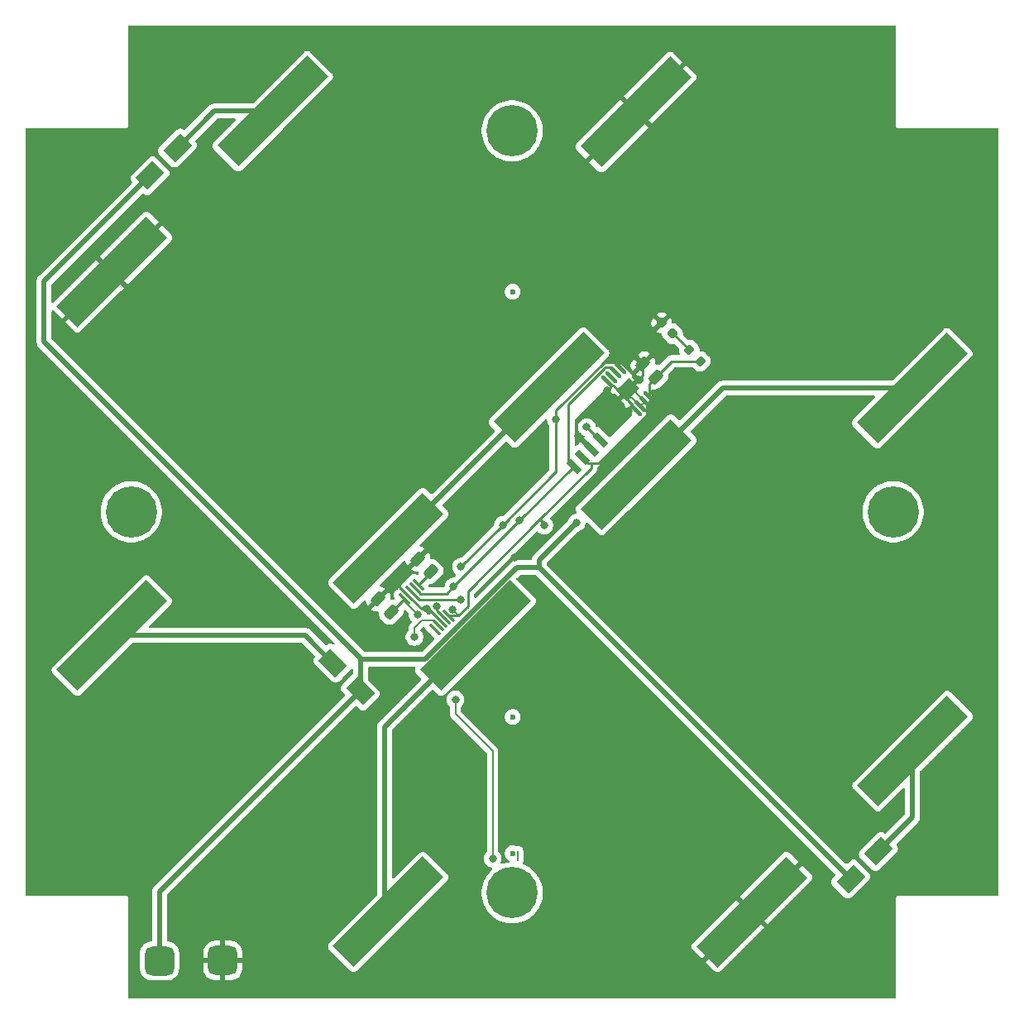
<source format=gbr>
%TF.GenerationSoftware,KiCad,Pcbnew,9.0.0*%
%TF.CreationDate,2025-03-12T18:23:27-07:00*%
%TF.ProjectId,Z_Face_V2,5a5f4661-6365-45f5-9632-2e6b69636164,3.1*%
%TF.SameCoordinates,Original*%
%TF.FileFunction,Copper,L1,Top*%
%TF.FilePolarity,Positive*%
%FSLAX46Y46*%
G04 Gerber Fmt 4.6, Leading zero omitted, Abs format (unit mm)*
G04 Created by KiCad (PCBNEW 9.0.0) date 2025-03-12 18:23:27*
%MOMM*%
%LPD*%
G01*
G04 APERTURE LIST*
G04 Aperture macros list*
%AMRoundRect*
0 Rectangle with rounded corners*
0 $1 Rounding radius*
0 $2 $3 $4 $5 $6 $7 $8 $9 X,Y pos of 4 corners*
0 Add a 4 corners polygon primitive as box body*
4,1,4,$2,$3,$4,$5,$6,$7,$8,$9,$2,$3,0*
0 Add four circle primitives for the rounded corners*
1,1,$1+$1,$2,$3*
1,1,$1+$1,$4,$5*
1,1,$1+$1,$6,$7*
1,1,$1+$1,$8,$9*
0 Add four rect primitives between the rounded corners*
20,1,$1+$1,$2,$3,$4,$5,0*
20,1,$1+$1,$4,$5,$6,$7,0*
20,1,$1+$1,$6,$7,$8,$9,0*
20,1,$1+$1,$8,$9,$2,$3,0*%
%AMRotRect*
0 Rectangle, with rotation*
0 The origin of the aperture is its center*
0 $1 length*
0 $2 width*
0 $3 Rotation angle, in degrees counterclockwise*
0 Add horizontal line*
21,1,$1,$2,0,0,$3*%
G04 Aperture macros list end*
%TA.AperFunction,SMDPad,CuDef*%
%ADD10RoundRect,0.100000X-0.556847X0.415425X0.415425X-0.556847X0.556847X-0.415425X-0.415425X0.556847X0*%
%TD*%
%TA.AperFunction,HeatsinkPad*%
%ADD11C,0.500000*%
%TD*%
%TA.AperFunction,HeatsinkPad*%
%ADD12RotRect,1.500000X1.800000X315.000000*%
%TD*%
%TA.AperFunction,ComponentPad*%
%ADD13C,0.600000*%
%TD*%
%TA.AperFunction,SMDPad,CuDef*%
%ADD14RoundRect,0.031750X-0.031750X0.476250X-0.031750X-0.476250X0.031750X-0.476250X0.031750X0.476250X0*%
%TD*%
%TA.AperFunction,ComponentPad*%
%ADD15C,5.250000*%
%TD*%
%TA.AperFunction,SMDPad,CuDef*%
%ADD16RotRect,2.500000X1.700000X45.000000*%
%TD*%
%TA.AperFunction,SMDPad,CuDef*%
%ADD17RoundRect,0.750000X0.750000X-0.750000X0.750000X0.750000X-0.750000X0.750000X-0.750000X-0.750000X0*%
%TD*%
%TA.AperFunction,SMDPad,CuDef*%
%ADD18RoundRect,0.218750X-0.335876X-0.026517X-0.026517X-0.335876X0.335876X0.026517X0.026517X0.335876X0*%
%TD*%
%TA.AperFunction,SMDPad,CuDef*%
%ADD19RoundRect,0.250000X0.512652X0.159099X0.159099X0.512652X-0.512652X-0.159099X-0.159099X-0.512652X0*%
%TD*%
%TA.AperFunction,SMDPad,CuDef*%
%ADD20RotRect,13.000000X3.000000X45.000000*%
%TD*%
%TA.AperFunction,SMDPad,CuDef*%
%ADD21RoundRect,0.200000X0.335876X0.053033X0.053033X0.335876X-0.335876X-0.053033X-0.053033X-0.335876X0*%
%TD*%
%TA.AperFunction,SMDPad,CuDef*%
%ADD22RoundRect,0.075000X-0.512652X0.406586X0.406586X-0.512652X0.512652X-0.406586X-0.406586X0.512652X0*%
%TD*%
%TA.AperFunction,SMDPad,CuDef*%
%ADD23RotRect,2.500000X1.700000X135.000000*%
%TD*%
%TA.AperFunction,SMDPad,CuDef*%
%ADD24RotRect,1.600000X0.700000X135.000000*%
%TD*%
%TA.AperFunction,SMDPad,CuDef*%
%ADD25RotRect,13.000000X3.000000X225.000000*%
%TD*%
%TA.AperFunction,ViaPad*%
%ADD26C,0.800000*%
%TD*%
%TA.AperFunction,Conductor*%
%ADD27C,0.250000*%
%TD*%
%TA.AperFunction,Conductor*%
%ADD28C,0.127000*%
%TD*%
%TA.AperFunction,Conductor*%
%ADD29C,0.500000*%
%TD*%
G04 APERTURE END LIST*
D10*
%TO.P,U3,1,SDA*%
%TO.N,SDA*%
X160566377Y-70268280D03*
%TO.P,U3,2,SCL*%
%TO.N,SCL*%
X160106758Y-70727899D03*
%TO.P,U3,3,Alert*%
%TO.N,N/C*%
X159647138Y-71187519D03*
%TO.P,U3,4,GND*%
%TO.N,GND*%
X159187519Y-71647138D03*
%TO.P,U3,5,A2*%
X162175045Y-74634664D03*
%TO.P,U3,6,A1*%
X162634664Y-74175045D03*
%TO.P,U3,7,A0*%
X163094284Y-73715425D03*
%TO.P,U3,8,VDD*%
%TO.N,+3V3*%
X163553903Y-73255806D03*
D11*
%TO.P,U3,9,EP/GND*%
%TO.N,GND*%
X161441422Y-71602944D03*
X160522183Y-72522183D03*
D12*
X161370711Y-72451472D03*
D11*
X162219239Y-72380761D03*
X161300000Y-73300000D03*
%TD*%
D13*
%TO.P,REF\u002A\u002A,*%
%TO.N,*%
X149564000Y-105988780D03*
X149564000Y-62462780D03*
X149564000Y-119952780D03*
D14*
%TO.P,REF\u002A\u002A,1*%
%TO.N,N/C*%
X150064000Y-120202780D03*
%TD*%
D15*
%TO.P,J4,1,Pin_1*%
%TO.N,unconnected-(J4-Pin_1-Pad1)*%
X110500000Y-85000000D03*
%TD*%
%TO.P,J5,1,Pin_1*%
%TO.N,unconnected-(J5-Pin_1-Pad1)*%
X149500000Y-124000000D03*
%TD*%
%TO.P,J6,1,Pin_1*%
%TO.N,unconnected-(J6-Pin_1-Pad1)*%
X149500000Y-46000000D03*
%TD*%
%TO.P,J7,1,Pin_1*%
%TO.N,unconnected-(J7-Pin_1-Pad1)*%
X188500000Y-85000000D03*
%TD*%
D16*
%TO.P,D2,1,K*%
%TO.N,VSOLAR*%
X112421572Y-50578428D03*
%TO.P,D2,2,A*%
%TO.N,Net-(D2-A)*%
X115250000Y-47750000D03*
%TD*%
D17*
%TO.P,TP1,1,1*%
%TO.N,VSOLAR*%
X113410000Y-130950000D03*
%TD*%
D18*
%TO.P,D4,1,K*%
%TO.N,GND*%
X164796234Y-65652804D03*
%TO.P,D4,2,A*%
%TO.N,Net-(D4-A)*%
X165909928Y-66766498D03*
%TD*%
D19*
%TO.P,C3,2*%
%TO.N,GND*%
X139858198Y-89804368D03*
%TO.P,C3,1*%
%TO.N,Net-(U2-REG)*%
X141201700Y-91147870D03*
%TD*%
D20*
%TO.P,SC5,2,-*%
%TO.N,Net-(SC5--)*%
X136822136Y-125942136D03*
%TO.P,SC5,1,+*%
%TO.N,Net-(D3-A)*%
X108537864Y-97657864D03*
%TD*%
D17*
%TO.P,TP2,1,1*%
%TO.N,GND*%
X119890000Y-130920000D03*
%TD*%
D20*
%TO.P,SC3,1,+*%
%TO.N,Net-(D2-A)*%
X125000000Y-43980000D03*
%TO.P,SC3,2,-*%
%TO.N,Net-(SC3--)*%
X153284272Y-72264272D03*
%TD*%
D21*
%TO.P,R1,1*%
%TO.N,+3V3*%
X168800229Y-69600229D03*
%TO.P,R1,2*%
%TO.N,Net-(D4-A)*%
X167633503Y-68433503D03*
%TD*%
D19*
%TO.P,C2,1*%
%TO.N,+3V3*%
X137128765Y-95263232D03*
%TO.P,C2,2*%
%TO.N,GND*%
X135785263Y-93919730D03*
%TD*%
D22*
%TO.P,U2,5,EN*%
%TO.N,+3V3*%
X138479340Y-93884374D03*
%TO.P,U2,10,VDD*%
X143004824Y-95581430D03*
%TO.P,U2,4,IN/TRIG*%
%TO.N,GND*%
X138832894Y-93530820D03*
%TO.P,U2,8,GND*%
X142297717Y-96288537D03*
%TO.P,U2,1,REG*%
%TO.N,Net-(U2-REG)*%
X139893554Y-92470160D03*
%TO.P,U2,2,SCL*%
%TO.N,SCL*%
X139540000Y-92823714D03*
%TO.P,U2,3,SDA*%
%TO.N,SDA*%
X139186447Y-93177267D03*
%TO.P,U2,6,VDD/NC*%
%TO.N,unconnected-(U2-VDD{slash}NC-Pad6)*%
X141590610Y-96995644D03*
%TO.P,U2,7,OUT+*%
%TO.N,Net-(U2-OUT+)*%
X141944164Y-96642090D03*
%TO.P,U2,9,OUT-*%
X142651270Y-95934984D03*
%TD*%
D23*
%TO.P,D3,1,K*%
%TO.N,VSOLAR*%
X133978428Y-103318428D03*
%TO.P,D3,2,A*%
%TO.N,Net-(D3-A)*%
X131150000Y-100490000D03*
%TD*%
D19*
%TO.P,C1,1*%
%TO.N,+3V3*%
X164240000Y-71195441D03*
%TO.P,C1,2*%
%TO.N,GND*%
X162896498Y-69851939D03*
%TD*%
D24*
%TO.P,U1,2,VDD*%
%TO.N,+3V3*%
X156717383Y-79435409D03*
%TO.P,U1,3,GND*%
%TO.N,GND*%
X157615409Y-78537383D03*
%TO.P,U1,1,SCL*%
%TO.N,SCL*%
X155819358Y-80333435D03*
%TO.P,U1,4,SDA*%
%TO.N,SDA*%
X158513435Y-77639358D03*
%TD*%
D25*
%TO.P,SC4,2,-*%
%TO.N,GND*%
X108540000Y-60450000D03*
%TO.P,SC4,1,+*%
%TO.N,Net-(SC3--)*%
X136824272Y-88734272D03*
%TD*%
D20*
%TO.P,SC6,1,+*%
%TO.N,Net-(SC5--)*%
X145755728Y-97665728D03*
%TO.P,SC6,2,-*%
%TO.N,GND*%
X174040000Y-125950000D03*
%TD*%
D25*
%TO.P,SC2,2,-*%
%TO.N,GND*%
X162177864Y-44057864D03*
%TO.P,SC2,1,+*%
%TO.N,Net-(SC1--)*%
X190462136Y-72342136D03*
%TD*%
D16*
%TO.P,D1,1,K*%
%TO.N,VSOLAR*%
X184161572Y-122588428D03*
%TO.P,D1,2,A*%
%TO.N,Net-(D1-A)*%
X186990000Y-119760000D03*
%TD*%
D25*
%TO.P,SC1,1,+*%
%TO.N,Net-(D1-A)*%
X190480000Y-109480000D03*
%TO.P,SC1,2,-*%
%TO.N,Net-(SC1--)*%
X162195728Y-81195728D03*
%TD*%
D26*
%TO.N,GND*%
X139200000Y-66200000D03*
X131400000Y-53100000D03*
X126300000Y-46300000D03*
X161000000Y-66300000D03*
X166300000Y-52200000D03*
X189800000Y-68600000D03*
X194000000Y-72600000D03*
X188500000Y-107500000D03*
X191700000Y-114800000D03*
X189000000Y-114900000D03*
X137700000Y-121700000D03*
X135200000Y-122700000D03*
X116700000Y-122800000D03*
X114700000Y-120600000D03*
X126600000Y-112600000D03*
X124600000Y-110800000D03*
X111400000Y-75200000D03*
X108700000Y-77900000D03*
X148000000Y-79700000D03*
X145800000Y-77800000D03*
X143900000Y-83700000D03*
X142000000Y-81700000D03*
X166300000Y-71100000D03*
X164500000Y-69100000D03*
X166800000Y-74500000D03*
X168900000Y-76500000D03*
X184500000Y-70900000D03*
X184500000Y-73700000D03*
X137900000Y-98900000D03*
X137900000Y-101300000D03*
X175000000Y-111000000D03*
X172300000Y-113300000D03*
X163200000Y-99500000D03*
X160900000Y-101600000D03*
X151200000Y-92000000D03*
X156400000Y-87900000D03*
%TO.N,+3V3*%
X152800000Y-86400000D03*
%TO.N,SCL*%
X150276396Y-85876396D03*
%TO.N,SDA*%
X148545000Y-86345000D03*
%TO.N,GND*%
X140802156Y-94889337D03*
%TO.N,VSOLAR*%
X156100000Y-86100000D03*
%TO.N,GND*%
X154100000Y-85600000D03*
X150800000Y-82300000D03*
X146500000Y-86500000D03*
X149700000Y-89700000D03*
%TO.N,+3V3*%
X143400000Y-95000000D03*
X139854705Y-95552837D03*
%TO.N,GND*%
X161400000Y-74700000D03*
X159200000Y-72600000D03*
X160200000Y-73600000D03*
%TO.N,Net-(U2-OUT+)*%
X139500000Y-97800000D03*
%TO.N,GND*%
X162122280Y-69077720D03*
%TO.N,Net-(U2-OUT+)*%
X143700000Y-104200000D03*
%TO.N,GND*%
X156260000Y-77181974D03*
X162420000Y-71460000D03*
X137946283Y-91716283D03*
%TO.N,Net-(U2-OUT+)*%
X147500000Y-120500000D03*
%TO.N,GND*%
X171630000Y-123540000D03*
X119890000Y-126760000D03*
X111040000Y-62950000D03*
X164540000Y-46420000D03*
%TO.N,SDA*%
X144270000Y-90620000D03*
X153961802Y-75551802D03*
X144245000Y-93955000D03*
X157140000Y-76330000D03*
%TO.N,SCL*%
X143511396Y-92641396D03*
%TO.N,Net-(U2-OUT+)*%
X141780000Y-94680000D03*
%TD*%
D27*
%TO.N,SCL*%
X159581572Y-70202713D02*
X160106758Y-70727899D01*
X159035097Y-70202713D02*
X159581572Y-70202713D01*
X159000000Y-70237810D02*
X159035097Y-70202713D01*
X155275000Y-73984929D02*
X159000000Y-70259929D01*
X155275000Y-79895000D02*
X155275000Y-73984929D01*
X159000000Y-70259929D02*
X159000000Y-70237810D01*
%TO.N,SDA*%
X159100000Y-69500000D02*
X159798097Y-69500000D01*
X159798097Y-69500000D02*
X160566377Y-70268280D01*
X153961802Y-74638198D02*
X159100000Y-69500000D01*
X153961802Y-75551802D02*
X153961802Y-74638198D01*
D28*
%TO.N,GND*%
X162634664Y-74175045D02*
X163094284Y-73715425D01*
X162219239Y-72840380D02*
X163094284Y-73715425D01*
X162219239Y-72380761D02*
X162219239Y-72840380D01*
X161759619Y-73300000D02*
X162634664Y-74175045D01*
X161300000Y-73300000D02*
X161759619Y-73300000D01*
D27*
%TO.N,+3V3*%
X163553903Y-71881538D02*
X164240000Y-71195441D01*
X163553903Y-73255806D02*
X163553903Y-71881538D01*
X164079090Y-73780993D02*
X163553903Y-73255806D01*
X164079090Y-74305347D02*
X164079090Y-73780993D01*
X158383342Y-80001095D02*
X164079090Y-74305347D01*
X157600000Y-80001095D02*
X158383342Y-80001095D01*
X152800000Y-86200000D02*
X152800000Y-86400000D01*
X152400000Y-85800000D02*
X152800000Y-86200000D01*
X152300000Y-85800000D02*
X152400000Y-85800000D01*
X152300000Y-85800000D02*
X157600000Y-80500000D01*
%TO.N,SCL*%
X155819358Y-80333435D02*
X150276396Y-85876396D01*
%TO.N,SDA*%
X144270000Y-90620000D02*
X148545000Y-86345000D01*
%TO.N,GND*%
X140898517Y-94889337D02*
X140802156Y-94889337D01*
X142297717Y-96288537D02*
X140898517Y-94889337D01*
D29*
%TO.N,VSOLAR*%
X140562326Y-100100000D02*
X149962326Y-90700000D01*
X133978428Y-100100000D02*
X140562326Y-100100000D01*
X133978428Y-100100000D02*
X133978428Y-99978428D01*
X149962326Y-90700000D02*
X152273144Y-90700000D01*
D28*
%TO.N,Net-(U2-OUT+)*%
X140230000Y-96100000D02*
X141100000Y-96100000D01*
X139500000Y-97800000D02*
X139500000Y-96830000D01*
X139500000Y-96830000D02*
X140230000Y-96100000D01*
D29*
%TO.N,VSOLAR*%
X152273144Y-89926856D02*
X156100000Y-86100000D01*
X152273144Y-90700000D02*
X152273144Y-89926856D01*
D28*
%TO.N,+3V3*%
X143900000Y-95500000D02*
X143900000Y-95581430D01*
X143400000Y-95000000D02*
X143900000Y-95500000D01*
D27*
X143900000Y-95581430D02*
X143004824Y-95581430D01*
D28*
X138479340Y-94177472D02*
X139854705Y-95552837D01*
X138479340Y-93884374D02*
X138479340Y-94177472D01*
D27*
X144018570Y-95581430D02*
X143900000Y-95581430D01*
X144971000Y-94629000D02*
X144018570Y-95581430D01*
X144971000Y-93129000D02*
X152300000Y-85800000D01*
X157600000Y-80500000D02*
X157600000Y-80001095D01*
X143004824Y-95581430D02*
X143511697Y-96088303D01*
X144971000Y-94629000D02*
X144971000Y-93129000D01*
X157600000Y-80001095D02*
X157283069Y-80001095D01*
D28*
%TO.N,GND*%
X161854975Y-74245025D02*
X161400000Y-74700000D01*
X161854975Y-74075635D02*
X161854975Y-74245025D01*
X159774975Y-72025025D02*
X159200000Y-72600000D01*
X159804365Y-72025025D02*
X159774975Y-72025025D01*
D27*
X161280000Y-72520000D02*
X160200000Y-73600000D01*
X161360000Y-72520000D02*
X161280000Y-72520000D01*
%TO.N,+3V3*%
X157283069Y-80001095D02*
X156717383Y-79435409D01*
X164240000Y-71195441D02*
X164204559Y-71195441D01*
X165835212Y-69600229D02*
X168800229Y-69600229D01*
X164240000Y-71195441D02*
X165835212Y-69600229D01*
D29*
%TO.N,VSOLAR*%
X101600000Y-61400000D02*
X112421572Y-50578428D01*
X133978428Y-99978428D02*
X101600000Y-67600000D01*
X101600000Y-67600000D02*
X101600000Y-61400000D01*
X133978428Y-103318428D02*
X133978428Y-100100000D01*
D28*
%TO.N,Net-(U2-OUT+)*%
X147500000Y-109500000D02*
X147500000Y-120500000D01*
X143700000Y-104200000D02*
X143700000Y-105700000D01*
X143700000Y-105700000D02*
X147500000Y-109500000D01*
D27*
%TO.N,GND*%
X162122280Y-69077720D02*
X162644559Y-69600000D01*
X157615409Y-78537383D02*
X156260000Y-77181974D01*
X162896498Y-70983502D02*
X162420000Y-71460000D01*
X161360000Y-72520000D02*
X162420000Y-71460000D01*
X137946283Y-91716283D02*
X137984365Y-91678201D01*
X137984365Y-92710576D02*
X137984365Y-91678201D01*
X137984365Y-91678201D02*
X139858198Y-89804368D01*
X135785263Y-93877303D02*
X137946283Y-91716283D01*
D29*
%TO.N,Net-(SC5--)*%
X136443959Y-106986041D02*
X145755728Y-97674272D01*
%TO.N,VSOLAR*%
X176236572Y-114663428D02*
X152273144Y-90700000D01*
D27*
%TO.N,+3V3*%
X137128765Y-95263232D02*
X137096768Y-95263232D01*
X137128766Y-95263232D02*
X138479340Y-93912658D01*
%TO.N,GND*%
X162896498Y-69851939D02*
X162896498Y-70983502D01*
X160286952Y-72512997D02*
X161347612Y-72512997D01*
X161347612Y-73573657D02*
X161347612Y-72512997D01*
X138804609Y-93530820D02*
X137984365Y-92710576D01*
X135785263Y-93919730D02*
X135785263Y-93934737D01*
D29*
%TO.N,Net-(SC5--)*%
X145755728Y-97674272D02*
X145755728Y-97665728D01*
X136443959Y-125563959D02*
X136443959Y-106986041D01*
%TO.N,VSOLAR*%
X133978428Y-103318428D02*
X113410000Y-123886856D01*
X176236572Y-114663428D02*
X184161572Y-122588428D01*
X176013144Y-114440000D02*
X176236572Y-114663428D01*
D27*
%TO.N,+3V3*%
X168760000Y-69600000D02*
X168840000Y-69680000D01*
%TO.N,GND*%
X161842587Y-74068632D02*
X161347612Y-73573657D01*
X159791977Y-72018022D02*
X160286952Y-72512997D01*
X138832894Y-93530820D02*
X140242074Y-94940000D01*
D29*
%TO.N,Net-(SC5--)*%
X136822136Y-125942136D02*
X136443959Y-125563959D01*
D28*
%TO.N,Net-(U2-OUT+)*%
X141000000Y-96100000D02*
X141402074Y-96100000D01*
D29*
%TO.N,VSOLAR*%
X113410000Y-124310000D02*
X113410000Y-123990000D01*
X113410000Y-123886856D02*
X113410000Y-124310000D01*
X113410000Y-130950000D02*
X113410000Y-124310000D01*
D27*
%TO.N,GND*%
X140242074Y-94940000D02*
X140246659Y-94935415D01*
X140246659Y-94935415D02*
X140944595Y-94935415D01*
D28*
%TO.N,Net-(U2-OUT+)*%
X141402074Y-96100000D02*
X141944164Y-96642090D01*
D29*
%TO.N,GND*%
X174040000Y-125950000D02*
X171630000Y-123540000D01*
X119890000Y-130920000D02*
X119890000Y-126760000D01*
X108540000Y-60450000D02*
X111040000Y-62950000D01*
X162177864Y-44057864D02*
X164540000Y-46420000D01*
D27*
%TO.N,+3V3*%
X143004824Y-95581430D02*
X143004824Y-95575176D01*
X143004824Y-95581430D02*
X143004824Y-95594824D01*
%TO.N,GND*%
X140944595Y-94935415D02*
X142297717Y-96288537D01*
%TO.N,SDA*%
X158449358Y-77639358D02*
X157140000Y-76330000D01*
X153961802Y-75551802D02*
X153960000Y-75553604D01*
X153960000Y-75553604D02*
X153960000Y-80930000D01*
X153960000Y-80930000D02*
X153910000Y-80980000D01*
X139964180Y-93955000D02*
X144245000Y-93955000D01*
X158513435Y-77639358D02*
X158449358Y-77639358D01*
X153910000Y-80980000D02*
X148545000Y-86345000D01*
X139186447Y-93177267D02*
X139964180Y-93955000D01*
%TO.N,SCL*%
X139540000Y-92823714D02*
X140099098Y-93382812D01*
X143511396Y-92641396D02*
X150276396Y-85876396D01*
X140099098Y-93382812D02*
X142769981Y-93382812D01*
X142769981Y-93382812D02*
X143511396Y-92641396D01*
D29*
%TO.N,Net-(D2-A)*%
X125000000Y-43980000D02*
X119020000Y-43980000D01*
X119020000Y-43980000D02*
X115250000Y-47750000D01*
%TO.N,Net-(D3-A)*%
X108537864Y-97657864D02*
X128317864Y-97657864D01*
X128317864Y-97657864D02*
X131150000Y-100490000D01*
D27*
%TO.N,Net-(D4-A)*%
X167633502Y-68433502D02*
X165966498Y-66766498D01*
D29*
%TO.N,Net-(SC1--)*%
X190462136Y-72342136D02*
X171049320Y-72342136D01*
X171049320Y-72342136D02*
X162195728Y-81195728D01*
%TO.N,Net-(SC3--)*%
X136824272Y-88734272D02*
X136824272Y-88724272D01*
X136824272Y-88724272D02*
X153284272Y-72264272D01*
D27*
%TO.N,Net-(U2-OUT+)*%
X142651270Y-95934984D02*
X141780000Y-95063714D01*
X141780000Y-95063714D02*
X141780000Y-94680000D01*
D29*
%TO.N,Net-(D1-A)*%
X190480000Y-109480000D02*
X190480000Y-116270000D01*
X190480000Y-116270000D02*
X186990000Y-119760000D01*
D27*
%TO.N,Net-(U2-REG)*%
X139893553Y-92470160D02*
X141201701Y-91162013D01*
%TD*%
%TA.AperFunction,Conductor*%
%TO.N,GND*%
G36*
X140813621Y-94608502D02*
G01*
X140860114Y-94662158D01*
X140871500Y-94714500D01*
X140871500Y-94769481D01*
X140882206Y-94823303D01*
X140894288Y-94884045D01*
X140906414Y-94945003D01*
X140926473Y-94993429D01*
X140974898Y-95110336D01*
X141074322Y-95259135D01*
X141074324Y-95259137D01*
X141128092Y-95312905D01*
X141138874Y-95332651D01*
X141153611Y-95349658D01*
X141155558Y-95363205D01*
X141162118Y-95375217D01*
X141160512Y-95397660D01*
X141163715Y-95419932D01*
X141158029Y-95432381D01*
X141157053Y-95446032D01*
X141143568Y-95464045D01*
X141134221Y-95484512D01*
X141122708Y-95491910D01*
X141114506Y-95502868D01*
X141093422Y-95510731D01*
X141074495Y-95522896D01*
X141052224Y-95526098D01*
X141047986Y-95527679D01*
X141038997Y-95528000D01*
X140879469Y-95528000D01*
X140811348Y-95507998D01*
X140764855Y-95454342D01*
X140755890Y-95426582D01*
X140750137Y-95397660D01*
X140728292Y-95287837D01*
X140659807Y-95122501D01*
X140560383Y-94973702D01*
X140433840Y-94847159D01*
X140411717Y-94832377D01*
X140392094Y-94819265D01*
X140346566Y-94764788D01*
X140337718Y-94694345D01*
X140368360Y-94630301D01*
X140428761Y-94592989D01*
X140462096Y-94588500D01*
X140745500Y-94588500D01*
X140813621Y-94608502D01*
G37*
%TD.AperFunction*%
%TA.AperFunction,Conductor*%
G36*
X188741621Y-35220502D02*
G01*
X188788114Y-35274158D01*
X188799500Y-35326500D01*
X188799500Y-45539882D01*
X188830023Y-45613573D01*
X188830026Y-45613577D01*
X188886422Y-45669973D01*
X188886426Y-45669976D01*
X188960118Y-45700500D01*
X189039882Y-45700500D01*
X199173500Y-45700500D01*
X199241621Y-45720502D01*
X199288114Y-45774158D01*
X199299500Y-45826500D01*
X199299500Y-124173500D01*
X199279498Y-124241621D01*
X199225842Y-124288114D01*
X199173500Y-124299500D01*
X188960118Y-124299500D01*
X188886426Y-124330023D01*
X188886422Y-124330026D01*
X188830026Y-124386422D01*
X188830023Y-124386426D01*
X188799500Y-124460117D01*
X188799500Y-134673500D01*
X188779498Y-134741621D01*
X188725842Y-134788114D01*
X188673500Y-134799500D01*
X110326500Y-134799500D01*
X110258379Y-134779498D01*
X110211886Y-134725842D01*
X110200500Y-134673500D01*
X110200500Y-124460117D01*
X110169976Y-124386426D01*
X110169973Y-124386422D01*
X110113577Y-124330026D01*
X110113573Y-124330023D01*
X110039882Y-124299500D01*
X99826500Y-124299500D01*
X99758379Y-124279498D01*
X99711886Y-124225842D01*
X99700500Y-124173500D01*
X99700500Y-84824024D01*
X107366500Y-84824024D01*
X107366500Y-85175975D01*
X107405906Y-85525711D01*
X107484223Y-85868837D01*
X107600455Y-86201010D01*
X107600466Y-86201037D01*
X107753163Y-86518116D01*
X107753168Y-86518125D01*
X107940414Y-86816124D01*
X108159844Y-87091283D01*
X108408716Y-87340155D01*
X108683875Y-87559585D01*
X108683877Y-87559586D01*
X108981879Y-87746834D01*
X109298972Y-87899538D01*
X109298988Y-87899543D01*
X109298989Y-87899544D01*
X109631162Y-88015776D01*
X109631165Y-88015776D01*
X109631169Y-88015778D01*
X109974292Y-88094094D01*
X110222284Y-88122036D01*
X110324024Y-88133500D01*
X110324026Y-88133500D01*
X110675976Y-88133500D01*
X110764795Y-88123492D01*
X111025708Y-88094094D01*
X111368831Y-88015778D01*
X111701028Y-87899538D01*
X112018121Y-87746834D01*
X112316123Y-87559586D01*
X112371155Y-87515699D01*
X112591283Y-87340155D01*
X112840155Y-87091283D01*
X113048251Y-86830337D01*
X113059586Y-86816123D01*
X113246834Y-86518121D01*
X113399538Y-86201028D01*
X113515778Y-85868831D01*
X113594094Y-85525708D01*
X113633500Y-85175974D01*
X113633500Y-84824026D01*
X113594094Y-84474292D01*
X113515778Y-84131169D01*
X113399538Y-83798972D01*
X113246834Y-83481879D01*
X113059586Y-83183877D01*
X113059585Y-83183875D01*
X112840155Y-82908716D01*
X112591283Y-82659844D01*
X112316124Y-82440414D01*
X112018125Y-82253168D01*
X112018116Y-82253163D01*
X111701037Y-82100466D01*
X111701032Y-82100464D01*
X111701028Y-82100462D01*
X111701022Y-82100459D01*
X111701010Y-82100455D01*
X111368837Y-81984223D01*
X111025711Y-81905906D01*
X110675976Y-81866500D01*
X110675974Y-81866500D01*
X110324026Y-81866500D01*
X110324024Y-81866500D01*
X109974288Y-81905906D01*
X109631162Y-81984223D01*
X109298989Y-82100455D01*
X109298962Y-82100466D01*
X108981883Y-82253163D01*
X108981874Y-82253168D01*
X108683875Y-82440414D01*
X108408716Y-82659844D01*
X108159844Y-82908716D01*
X107940414Y-83183875D01*
X107753168Y-83481874D01*
X107753163Y-83481883D01*
X107600466Y-83798962D01*
X107600455Y-83798989D01*
X107484223Y-84131162D01*
X107405906Y-84474288D01*
X107366500Y-84824024D01*
X99700500Y-84824024D01*
X99700500Y-61325290D01*
X100841500Y-61325290D01*
X100841500Y-67674707D01*
X100864517Y-67790418D01*
X100870649Y-67821247D01*
X100927826Y-67959284D01*
X101010834Y-68083515D01*
X101010838Y-68083519D01*
X131312837Y-98385518D01*
X131346863Y-98447830D01*
X131341798Y-98518645D01*
X131299251Y-98575481D01*
X131232731Y-98600292D01*
X131163357Y-98585201D01*
X131145510Y-98573276D01*
X131144894Y-98572895D01*
X131011890Y-98512156D01*
X131011886Y-98512155D01*
X130867160Y-98491347D01*
X130867154Y-98491347D01*
X130722427Y-98512155D01*
X130722424Y-98512156D01*
X130589414Y-98572898D01*
X130589409Y-98572902D01*
X130541996Y-98611111D01*
X130541975Y-98611130D01*
X130531980Y-98621124D01*
X130469665Y-98655144D01*
X130398850Y-98650073D01*
X130353797Y-98621116D01*
X128801383Y-97068702D01*
X128801379Y-97068698D01*
X128677148Y-96985690D01*
X128539111Y-96928513D01*
X128432104Y-96907228D01*
X128432102Y-96907227D01*
X128432101Y-96907227D01*
X128392572Y-96899364D01*
X128392570Y-96899364D01*
X112441002Y-96899364D01*
X112372881Y-96879362D01*
X112326388Y-96825706D01*
X112316284Y-96755432D01*
X112345778Y-96690852D01*
X112351907Y-96684269D01*
X113431443Y-95604733D01*
X114588674Y-94447502D01*
X114626895Y-94400073D01*
X114687637Y-94267064D01*
X114707316Y-94130197D01*
X114708447Y-94122333D01*
X114708447Y-94122326D01*
X114687638Y-93977600D01*
X114687637Y-93977597D01*
X114686880Y-93975940D01*
X114626895Y-93844587D01*
X114619080Y-93834890D01*
X114588675Y-93797160D01*
X114588672Y-93797156D01*
X112398571Y-91607055D01*
X112398567Y-91607052D01*
X112351144Y-91568835D01*
X112351140Y-91568832D01*
X112218130Y-91508090D01*
X112218127Y-91508089D01*
X112073401Y-91487281D01*
X112073395Y-91487281D01*
X111928668Y-91508089D01*
X111928664Y-91508090D01*
X111795660Y-91568829D01*
X111795651Y-91568835D01*
X111748228Y-91607052D01*
X111748224Y-91607055D01*
X102487055Y-100868224D01*
X102487052Y-100868228D01*
X102448835Y-100915651D01*
X102448829Y-100915660D01*
X102388090Y-101048664D01*
X102388089Y-101048668D01*
X102367281Y-101193394D01*
X102367281Y-101193401D01*
X102388089Y-101338127D01*
X102388090Y-101338130D01*
X102448832Y-101471140D01*
X102448835Y-101471144D01*
X102487052Y-101518567D01*
X102487055Y-101518571D01*
X104677156Y-103708672D01*
X104677160Y-103708675D01*
X104723482Y-103746005D01*
X104724587Y-103746895D01*
X104857596Y-103807637D01*
X104857597Y-103807637D01*
X104857600Y-103807638D01*
X105002327Y-103828447D01*
X105002330Y-103828447D01*
X105002333Y-103828447D01*
X105147059Y-103807638D01*
X105147061Y-103807637D01*
X105147064Y-103807637D01*
X105231821Y-103768930D01*
X105280067Y-103746898D01*
X105280068Y-103746897D01*
X105280073Y-103746895D01*
X105327502Y-103708674D01*
X110582907Y-98453269D01*
X110645219Y-98419243D01*
X110672002Y-98416364D01*
X127951493Y-98416364D01*
X128019614Y-98436366D01*
X128040588Y-98453269D01*
X129281116Y-99693797D01*
X129315142Y-99756109D01*
X129310077Y-99826924D01*
X129281124Y-99871980D01*
X129271130Y-99881975D01*
X129271111Y-99881996D01*
X129232902Y-99929409D01*
X129232898Y-99929414D01*
X129172156Y-100062424D01*
X129172155Y-100062427D01*
X129151347Y-100207153D01*
X129151347Y-100207160D01*
X129172155Y-100351886D01*
X129172156Y-100351890D01*
X129232895Y-100484894D01*
X129232899Y-100484900D01*
X129271120Y-100532329D01*
X131107671Y-102368880D01*
X131155100Y-102407101D01*
X131155101Y-102407101D01*
X131155105Y-102407104D01*
X131288109Y-102467843D01*
X131288113Y-102467844D01*
X131432840Y-102488653D01*
X131432843Y-102488653D01*
X131432846Y-102488653D01*
X131577572Y-102467844D01*
X131577573Y-102467843D01*
X131577577Y-102467843D01*
X131710586Y-102407101D01*
X131758014Y-102368880D01*
X132126572Y-102000322D01*
X133004833Y-101122062D01*
X133067145Y-101088036D01*
X133137960Y-101093101D01*
X133194796Y-101135648D01*
X133219607Y-101202168D01*
X133219928Y-101211157D01*
X133219928Y-101537843D01*
X133199926Y-101605964D01*
X133183023Y-101626938D01*
X132099549Y-102710411D01*
X132099546Y-102710415D01*
X132061329Y-102757838D01*
X132061326Y-102757842D01*
X132000584Y-102890852D01*
X132000583Y-102890855D01*
X131979775Y-103035581D01*
X131979775Y-103035588D01*
X132000583Y-103180314D01*
X132000584Y-103180318D01*
X132061323Y-103313322D01*
X132061329Y-103313331D01*
X132099546Y-103360754D01*
X132099549Y-103360758D01*
X132392388Y-103653597D01*
X132426414Y-103715909D01*
X132421349Y-103786724D01*
X132392388Y-103831787D01*
X112820838Y-123403336D01*
X112820833Y-123403342D01*
X112737826Y-123527571D01*
X112695104Y-123630714D01*
X112695103Y-123630716D01*
X112680650Y-123665605D01*
X112680649Y-123665610D01*
X112651500Y-123812146D01*
X112651500Y-128820608D01*
X112631498Y-128888729D01*
X112577842Y-128935222D01*
X112535388Y-128946219D01*
X112462335Y-128951969D01*
X112462330Y-128951970D01*
X112242667Y-129007320D01*
X112242658Y-129007323D01*
X112036411Y-129101004D01*
X112036402Y-129101009D01*
X111850200Y-129230011D01*
X111850195Y-129230015D01*
X111690015Y-129390195D01*
X111690011Y-129390200D01*
X111561009Y-129576402D01*
X111561004Y-129576411D01*
X111467323Y-129782658D01*
X111467320Y-129782667D01*
X111419511Y-129972405D01*
X111411970Y-130002331D01*
X111401500Y-130135364D01*
X111401500Y-131764636D01*
X111411970Y-131897669D01*
X111411970Y-131897672D01*
X111411971Y-131897673D01*
X111467320Y-132117332D01*
X111467323Y-132117341D01*
X111561004Y-132323588D01*
X111561009Y-132323597D01*
X111690011Y-132509799D01*
X111690015Y-132509804D01*
X111850195Y-132669984D01*
X111850200Y-132669988D01*
X112036402Y-132798990D01*
X112036408Y-132798993D01*
X112036409Y-132798994D01*
X112242664Y-132892679D01*
X112462331Y-132948030D01*
X112595364Y-132958500D01*
X112595367Y-132958500D01*
X114224633Y-132958500D01*
X114224636Y-132958500D01*
X114357669Y-132948030D01*
X114577336Y-132892679D01*
X114783591Y-132798994D01*
X114969802Y-132669986D01*
X115129986Y-132509802D01*
X115258994Y-132323591D01*
X115352679Y-132117336D01*
X115408030Y-131897669D01*
X115418500Y-131764636D01*
X115418500Y-131734606D01*
X117882000Y-131734606D01*
X117892467Y-131867594D01*
X117947794Y-132087167D01*
X117947797Y-132087176D01*
X118041441Y-132293340D01*
X118041444Y-132293346D01*
X118170394Y-132479473D01*
X118170408Y-132479490D01*
X118330509Y-132639591D01*
X118330526Y-132639605D01*
X118516653Y-132768555D01*
X118516659Y-132768558D01*
X118722823Y-132862202D01*
X118722832Y-132862205D01*
X118942405Y-132917532D01*
X119075393Y-132928000D01*
X119636000Y-132928000D01*
X120144000Y-132928000D01*
X120704607Y-132928000D01*
X120837594Y-132917532D01*
X121057167Y-132862205D01*
X121057176Y-132862202D01*
X121263340Y-132768558D01*
X121263346Y-132768555D01*
X121449473Y-132639605D01*
X121449490Y-132639591D01*
X121609591Y-132479490D01*
X121609605Y-132479473D01*
X121738555Y-132293346D01*
X121738558Y-132293340D01*
X121832202Y-132087176D01*
X121832205Y-132087167D01*
X121887532Y-131867594D01*
X121898000Y-131734606D01*
X121898000Y-131174000D01*
X120144000Y-131174000D01*
X120144000Y-132928000D01*
X119636000Y-132928000D01*
X119636000Y-131174000D01*
X117882000Y-131174000D01*
X117882000Y-131734606D01*
X115418500Y-131734606D01*
X115418500Y-130135364D01*
X115416141Y-130105393D01*
X117882000Y-130105393D01*
X117882000Y-130666000D01*
X119636000Y-130666000D01*
X120144000Y-130666000D01*
X121898000Y-130666000D01*
X121898000Y-130105393D01*
X121887532Y-129972405D01*
X121832205Y-129752832D01*
X121832202Y-129752823D01*
X121738558Y-129546659D01*
X121738555Y-129546653D01*
X121609605Y-129360526D01*
X121609591Y-129360509D01*
X121449490Y-129200408D01*
X121449473Y-129200394D01*
X121263346Y-129071444D01*
X121263340Y-129071441D01*
X121057176Y-128977797D01*
X121057167Y-128977794D01*
X120837594Y-128922467D01*
X120704607Y-128912000D01*
X120144000Y-128912000D01*
X120144000Y-130666000D01*
X119636000Y-130666000D01*
X119636000Y-128912000D01*
X119075393Y-128912000D01*
X118942405Y-128922467D01*
X118722832Y-128977794D01*
X118722823Y-128977797D01*
X118516659Y-129071441D01*
X118516653Y-129071444D01*
X118330526Y-129200394D01*
X118330509Y-129200408D01*
X118170408Y-129360509D01*
X118170394Y-129360526D01*
X118041444Y-129546653D01*
X118041441Y-129546659D01*
X117947797Y-129752823D01*
X117947794Y-129752832D01*
X117892467Y-129972405D01*
X117882000Y-130105393D01*
X115416141Y-130105393D01*
X115408030Y-130002331D01*
X115352679Y-129782664D01*
X115258994Y-129576409D01*
X115258993Y-129576408D01*
X115258990Y-129576402D01*
X115129988Y-129390200D01*
X115129984Y-129390195D01*
X114969804Y-129230015D01*
X114969799Y-129230011D01*
X114783597Y-129101009D01*
X114783588Y-129101004D01*
X114577341Y-129007323D01*
X114577338Y-129007322D01*
X114577336Y-129007321D01*
X114357669Y-128951970D01*
X114357664Y-128951969D01*
X114284612Y-128946219D01*
X114218271Y-128920933D01*
X114176132Y-128863795D01*
X114168500Y-128820608D01*
X114168500Y-124253227D01*
X114188502Y-124185106D01*
X114205405Y-124164132D01*
X133465069Y-104904468D01*
X133527381Y-104870442D01*
X133598196Y-104875507D01*
X133643259Y-104904468D01*
X133936099Y-105197308D01*
X133983528Y-105235529D01*
X133983529Y-105235529D01*
X133983533Y-105235532D01*
X134116537Y-105296271D01*
X134116541Y-105296272D01*
X134261268Y-105317081D01*
X134261271Y-105317081D01*
X134261274Y-105317081D01*
X134406000Y-105296272D01*
X134406001Y-105296271D01*
X134406005Y-105296271D01*
X134539014Y-105235529D01*
X134586442Y-105197308D01*
X135857308Y-103926442D01*
X135895529Y-103879014D01*
X135956271Y-103746005D01*
X135956272Y-103746000D01*
X135977081Y-103601274D01*
X135977081Y-103601267D01*
X135956272Y-103456541D01*
X135956271Y-103456537D01*
X135895532Y-103323533D01*
X135895526Y-103323524D01*
X135869719Y-103291500D01*
X135857308Y-103276099D01*
X134773833Y-102192624D01*
X134739807Y-102130312D01*
X134736928Y-102103529D01*
X134736928Y-100984500D01*
X134756930Y-100916379D01*
X134810586Y-100869886D01*
X134862928Y-100858500D01*
X139500332Y-100858500D01*
X139568453Y-100878502D01*
X139614946Y-100932158D01*
X139625050Y-101002432D01*
X139614947Y-101036836D01*
X139608669Y-101050586D01*
X139605953Y-101056532D01*
X139585145Y-101201258D01*
X139585145Y-101201265D01*
X139605953Y-101345991D01*
X139605954Y-101345994D01*
X139666696Y-101479004D01*
X139666699Y-101479008D01*
X139704916Y-101526431D01*
X139704919Y-101526435D01*
X140178806Y-102000322D01*
X140212832Y-102062634D01*
X140207767Y-102133449D01*
X140178806Y-102178512D01*
X135854797Y-106502521D01*
X135854792Y-106502527D01*
X135778451Y-106616781D01*
X135771785Y-106626757D01*
X135714608Y-106764794D01*
X135708146Y-106797279D01*
X135708146Y-106797281D01*
X135685459Y-106911332D01*
X135685459Y-124186175D01*
X135665457Y-124254296D01*
X135648554Y-124275270D01*
X130771327Y-129152496D01*
X130771324Y-129152500D01*
X130733107Y-129199923D01*
X130733101Y-129199932D01*
X130672362Y-129332936D01*
X130672361Y-129332940D01*
X130651553Y-129477666D01*
X130651553Y-129477673D01*
X130672361Y-129622399D01*
X130672362Y-129622402D01*
X130733104Y-129755412D01*
X130733107Y-129755416D01*
X130771324Y-129802839D01*
X130771327Y-129802843D01*
X132961428Y-131992944D01*
X132961432Y-131992947D01*
X132970711Y-132000425D01*
X133008859Y-132031167D01*
X133141868Y-132091909D01*
X133141869Y-132091909D01*
X133141872Y-132091910D01*
X133286599Y-132112719D01*
X133286602Y-132112719D01*
X133286605Y-132112719D01*
X133431331Y-132091910D01*
X133431333Y-132091909D01*
X133431336Y-132091909D01*
X133548062Y-132038603D01*
X133564339Y-132031170D01*
X133564340Y-132031169D01*
X133564345Y-132031167D01*
X133611774Y-131992946D01*
X134519712Y-131085008D01*
X169264200Y-131085008D01*
X169264200Y-131085010D01*
X170179598Y-132000408D01*
X170179617Y-132000425D01*
X170226996Y-132038605D01*
X170359874Y-132099288D01*
X170359873Y-132099288D01*
X170504465Y-132120077D01*
X170649058Y-132099288D01*
X170781939Y-132038603D01*
X170829315Y-132000424D01*
X170829319Y-132000421D01*
X175280265Y-127549476D01*
X175280265Y-127549474D01*
X174040000Y-126309210D01*
X174039998Y-126309210D01*
X169264200Y-131085008D01*
X134519712Y-131085008D01*
X136119186Y-129485534D01*
X167869922Y-129485534D01*
X167890711Y-129630126D01*
X167951394Y-129763003D01*
X167989574Y-129810382D01*
X167989591Y-129810401D01*
X168904989Y-130725799D01*
X168904991Y-130725799D01*
X173680789Y-125950001D01*
X173680789Y-125949998D01*
X174399210Y-125949998D01*
X174399210Y-125950000D01*
X175639474Y-127190265D01*
X175639476Y-127190265D01*
X180090421Y-122739319D01*
X180090424Y-122739315D01*
X180128603Y-122691939D01*
X180189288Y-122559058D01*
X180210077Y-122414465D01*
X180189288Y-122269873D01*
X180128605Y-122136996D01*
X180090425Y-122089617D01*
X180090408Y-122089598D01*
X179175010Y-121174200D01*
X179175008Y-121174200D01*
X174399210Y-125949998D01*
X173680789Y-125949998D01*
X172440525Y-124709734D01*
X172440523Y-124709734D01*
X167989592Y-129160665D01*
X167989570Y-129160689D01*
X167951396Y-129208060D01*
X167890711Y-129340941D01*
X167869922Y-129485534D01*
X136119186Y-129485534D01*
X142872946Y-122731774D01*
X142911167Y-122684345D01*
X142971909Y-122551336D01*
X142972662Y-122546099D01*
X142992719Y-122406605D01*
X142992719Y-122406598D01*
X142971910Y-122261872D01*
X142971909Y-122261869D01*
X142911167Y-122128859D01*
X142911164Y-122128855D01*
X142872947Y-122081432D01*
X142872944Y-122081428D01*
X140682843Y-119891327D01*
X140682839Y-119891324D01*
X140635416Y-119853107D01*
X140635412Y-119853104D01*
X140502402Y-119792362D01*
X140502399Y-119792361D01*
X140357673Y-119771553D01*
X140357667Y-119771553D01*
X140212940Y-119792361D01*
X140212936Y-119792362D01*
X140079932Y-119853101D01*
X140079923Y-119853107D01*
X140032500Y-119891324D01*
X140032496Y-119891327D01*
X137417554Y-122506270D01*
X137355242Y-122540296D01*
X137284427Y-122535231D01*
X137227591Y-122492684D01*
X137202780Y-122426164D01*
X137202459Y-122417175D01*
X137202459Y-107352412D01*
X137222461Y-107284291D01*
X137239364Y-107263317D01*
X139230384Y-105272297D01*
X140392162Y-104110518D01*
X142791500Y-104110518D01*
X142791500Y-104110521D01*
X142791500Y-104289479D01*
X142826413Y-104465000D01*
X142894898Y-104630336D01*
X142994322Y-104779135D01*
X142994324Y-104779137D01*
X143091095Y-104875908D01*
X143125121Y-104938220D01*
X143128000Y-104965003D01*
X143128000Y-105775305D01*
X143156535Y-105881800D01*
X143166980Y-105920781D01*
X143166984Y-105920790D01*
X143180651Y-105944463D01*
X143180654Y-105944466D01*
X143242283Y-106051212D01*
X143242291Y-106051222D01*
X146891095Y-109700025D01*
X146925121Y-109762337D01*
X146928000Y-109789120D01*
X146928000Y-119734996D01*
X146907998Y-119803117D01*
X146891096Y-119824091D01*
X146794320Y-119920867D01*
X146794319Y-119920869D01*
X146694899Y-120069662D01*
X146626414Y-120234996D01*
X146591500Y-120410518D01*
X146591500Y-120589481D01*
X146595698Y-120610583D01*
X146626413Y-120765000D01*
X146694898Y-120930336D01*
X146794322Y-121079135D01*
X146920865Y-121205678D01*
X147069664Y-121305102D01*
X147206628Y-121361835D01*
X147234997Y-121373586D01*
X147234998Y-121373586D01*
X147235000Y-121373587D01*
X147395236Y-121405459D01*
X147458145Y-121438366D01*
X147493277Y-121500061D01*
X147489477Y-121570956D01*
X147449216Y-121627547D01*
X147408713Y-121659847D01*
X147159844Y-121908716D01*
X146940414Y-122183875D01*
X146753168Y-122481874D01*
X146753163Y-122481883D01*
X146600466Y-122798962D01*
X146600455Y-122798989D01*
X146484223Y-123131162D01*
X146405906Y-123474288D01*
X146366500Y-123824024D01*
X146366500Y-124175975D01*
X146405906Y-124525711D01*
X146484223Y-124868837D01*
X146600455Y-125201010D01*
X146600466Y-125201037D01*
X146753163Y-125518116D01*
X146753168Y-125518125D01*
X146940414Y-125816124D01*
X147159844Y-126091283D01*
X147408716Y-126340155D01*
X147683875Y-126559585D01*
X147683877Y-126559586D01*
X147981879Y-126746834D01*
X148298972Y-126899538D01*
X148298988Y-126899543D01*
X148298989Y-126899544D01*
X148631162Y-127015776D01*
X148631165Y-127015776D01*
X148631169Y-127015778D01*
X148974292Y-127094094D01*
X149222284Y-127122036D01*
X149324024Y-127133500D01*
X149324026Y-127133500D01*
X149675976Y-127133500D01*
X149764795Y-127123492D01*
X150025708Y-127094094D01*
X150368831Y-127015778D01*
X150701028Y-126899538D01*
X151018121Y-126746834D01*
X151316123Y-126559586D01*
X151371155Y-126515699D01*
X151591283Y-126340155D01*
X151840155Y-126091283D01*
X152059585Y-125816124D01*
X152246831Y-125518125D01*
X152246834Y-125518121D01*
X152399538Y-125201028D01*
X152515778Y-124868831D01*
X152594094Y-124525708D01*
X152613833Y-124350523D01*
X172799734Y-124350523D01*
X172799734Y-124350524D01*
X174039999Y-125590789D01*
X174040001Y-125590789D01*
X178815799Y-120814991D01*
X178815799Y-120814989D01*
X177900401Y-119899591D01*
X177900382Y-119899574D01*
X177853003Y-119861394D01*
X177720125Y-119800711D01*
X177720126Y-119800711D01*
X177575534Y-119779922D01*
X177430941Y-119800711D01*
X177298060Y-119861396D01*
X177250689Y-119899570D01*
X177250665Y-119899592D01*
X172799734Y-124350523D01*
X152613833Y-124350523D01*
X152633500Y-124175974D01*
X152633500Y-123824026D01*
X152632161Y-123812146D01*
X152622036Y-123722284D01*
X152594094Y-123474292D01*
X152515778Y-123131169D01*
X152424837Y-122871274D01*
X152399544Y-122798989D01*
X152399543Y-122798988D01*
X152399538Y-122798972D01*
X152246834Y-122481879D01*
X152246831Y-122481874D01*
X152059585Y-122183875D01*
X151840155Y-121908716D01*
X151591283Y-121659844D01*
X151316124Y-121440414D01*
X151018125Y-121253168D01*
X151018116Y-121253163D01*
X150701037Y-121100466D01*
X150701032Y-121100464D01*
X150701028Y-121100462D01*
X150701022Y-121100460D01*
X150701015Y-121100457D01*
X150657088Y-121085086D01*
X150599396Y-121043707D01*
X150573234Y-120977707D01*
X150581489Y-120919934D01*
X150625574Y-120808145D01*
X150636000Y-120721324D01*
X150636000Y-119684236D01*
X150625574Y-119597415D01*
X150571092Y-119459259D01*
X150554503Y-119437383D01*
X150481356Y-119340923D01*
X150403330Y-119281755D01*
X150363021Y-119251188D01*
X150363019Y-119251187D01*
X150363020Y-119251187D01*
X150224865Y-119196705D01*
X150224866Y-119196705D01*
X150138047Y-119186280D01*
X150138044Y-119186280D01*
X149989956Y-119186280D01*
X149989950Y-119186280D01*
X149895777Y-119197589D01*
X149832537Y-119188897D01*
X149799836Y-119175352D01*
X149799831Y-119175350D01*
X149643632Y-119144280D01*
X149643630Y-119144280D01*
X149484370Y-119144280D01*
X149484367Y-119144280D01*
X149367219Y-119167582D01*
X149328169Y-119175350D01*
X149181032Y-119236297D01*
X149048609Y-119324778D01*
X149048603Y-119324783D01*
X148936003Y-119437383D01*
X148935998Y-119437389D01*
X148935997Y-119437391D01*
X148847517Y-119569812D01*
X148786570Y-119716949D01*
X148786426Y-119717673D01*
X148755500Y-119873147D01*
X148755500Y-120032412D01*
X148762910Y-120069662D01*
X148786570Y-120188611D01*
X148847517Y-120335748D01*
X148897479Y-120410522D01*
X148935998Y-120468170D01*
X148936003Y-120468176D01*
X149048603Y-120580776D01*
X149048608Y-120580780D01*
X149048611Y-120580783D01*
X149048614Y-120580785D01*
X149167806Y-120660426D01*
X149213334Y-120714902D01*
X149222183Y-120785345D01*
X149191542Y-120849390D01*
X149131140Y-120886701D01*
X149111913Y-120890399D01*
X148974288Y-120905906D01*
X148631167Y-120984222D01*
X148489507Y-121033791D01*
X148418603Y-121037409D01*
X148356998Y-121002120D01*
X148324252Y-120939126D01*
X148330760Y-120868429D01*
X148331459Y-120866704D01*
X148373587Y-120765000D01*
X148408500Y-120589479D01*
X148408500Y-120410521D01*
X148373587Y-120235000D01*
X148305102Y-120069664D01*
X148205678Y-119920865D01*
X148108904Y-119824091D01*
X148074879Y-119761779D01*
X148072000Y-119734996D01*
X148072000Y-109424699D01*
X148072000Y-109424695D01*
X148066802Y-109405294D01*
X148033020Y-109279217D01*
X147957714Y-109148784D01*
X147957712Y-109148782D01*
X147957708Y-109148777D01*
X144718078Y-105909147D01*
X148755500Y-105909147D01*
X148755500Y-105909150D01*
X148755500Y-106068410D01*
X148786570Y-106224611D01*
X148847517Y-106371748D01*
X148934900Y-106502527D01*
X148935998Y-106504170D01*
X148936003Y-106504176D01*
X149048603Y-106616776D01*
X149048609Y-106616781D01*
X149048611Y-106616783D01*
X149181032Y-106705263D01*
X149328169Y-106766210D01*
X149484370Y-106797280D01*
X149484371Y-106797280D01*
X149643629Y-106797280D01*
X149643630Y-106797280D01*
X149799831Y-106766210D01*
X149946968Y-106705263D01*
X150079389Y-106616783D01*
X150192003Y-106504169D01*
X150280483Y-106371748D01*
X150341430Y-106224611D01*
X150372500Y-106068410D01*
X150372500Y-105909150D01*
X150341430Y-105752949D01*
X150280483Y-105605812D01*
X150192003Y-105473391D01*
X150192001Y-105473389D01*
X150191996Y-105473383D01*
X150079396Y-105360783D01*
X150079390Y-105360778D01*
X150079389Y-105360777D01*
X149946968Y-105272297D01*
X149799831Y-105211350D01*
X149721730Y-105195815D01*
X149643632Y-105180280D01*
X149643630Y-105180280D01*
X149484370Y-105180280D01*
X149484367Y-105180280D01*
X149367219Y-105203582D01*
X149328169Y-105211350D01*
X149181032Y-105272297D01*
X149048609Y-105360778D01*
X149048603Y-105360783D01*
X148936003Y-105473383D01*
X148935998Y-105473389D01*
X148935997Y-105473391D01*
X148847517Y-105605812D01*
X148822287Y-105666723D01*
X148786571Y-105752947D01*
X148786570Y-105752950D01*
X148755500Y-105909147D01*
X144718078Y-105909147D01*
X144308905Y-105499974D01*
X144274879Y-105437662D01*
X144272000Y-105410879D01*
X144272000Y-104965003D01*
X144292002Y-104896882D01*
X144308905Y-104875908D01*
X144314371Y-104870442D01*
X144405678Y-104779135D01*
X144505102Y-104630336D01*
X144573587Y-104465000D01*
X144608500Y-104289479D01*
X144608500Y-104110521D01*
X144573587Y-103935000D01*
X144505102Y-103769664D01*
X144405678Y-103620865D01*
X144279135Y-103494322D01*
X144130336Y-103394898D01*
X143974208Y-103330227D01*
X143965003Y-103326414D01*
X143965001Y-103326413D01*
X143965000Y-103326413D01*
X143876645Y-103308838D01*
X143789481Y-103291500D01*
X143789479Y-103291500D01*
X143610521Y-103291500D01*
X143610518Y-103291500D01*
X143500813Y-103313322D01*
X143435000Y-103326413D01*
X143434999Y-103326413D01*
X143434996Y-103326414D01*
X143269663Y-103394898D01*
X143130196Y-103488086D01*
X143130192Y-103488089D01*
X143120865Y-103494322D01*
X142994322Y-103620865D01*
X142988089Y-103630192D01*
X142988086Y-103630196D01*
X142894898Y-103769663D01*
X142826414Y-103934996D01*
X142791500Y-104110518D01*
X140392162Y-104110518D01*
X141251489Y-103251191D01*
X141313799Y-103217167D01*
X141384614Y-103222232D01*
X141429677Y-103251193D01*
X141895020Y-103716536D01*
X141895024Y-103716539D01*
X141932692Y-103746895D01*
X141942451Y-103754759D01*
X142075460Y-103815501D01*
X142075461Y-103815501D01*
X142075464Y-103815502D01*
X142220191Y-103836311D01*
X142220194Y-103836311D01*
X142220197Y-103836311D01*
X142364923Y-103815502D01*
X142364925Y-103815501D01*
X142364928Y-103815501D01*
X142465301Y-103769663D01*
X142497931Y-103754762D01*
X142497932Y-103754761D01*
X142497937Y-103754759D01*
X142545366Y-103716538D01*
X151806538Y-94455366D01*
X151844759Y-94407937D01*
X151848351Y-94400073D01*
X151905501Y-94274927D01*
X151905502Y-94274923D01*
X151926311Y-94130197D01*
X151926311Y-94130190D01*
X151905502Y-93985464D01*
X151905501Y-93985461D01*
X151901911Y-93977600D01*
X151844759Y-93852451D01*
X151838418Y-93844583D01*
X151806539Y-93805024D01*
X151806536Y-93805020D01*
X149957356Y-91955840D01*
X149923330Y-91893528D01*
X149928395Y-91822713D01*
X149957352Y-91777654D01*
X150239604Y-91495402D01*
X150301914Y-91461379D01*
X150328697Y-91458500D01*
X151906773Y-91458500D01*
X151974894Y-91478502D01*
X151995868Y-91495405D01*
X182575532Y-122075069D01*
X182609558Y-122137381D01*
X182604493Y-122208196D01*
X182575532Y-122253259D01*
X182282693Y-122546097D01*
X182282690Y-122546101D01*
X182244473Y-122593524D01*
X182244467Y-122593533D01*
X182183728Y-122726537D01*
X182183727Y-122726541D01*
X182162919Y-122871267D01*
X182162919Y-122871274D01*
X182183727Y-123016000D01*
X182183728Y-123016003D01*
X182244470Y-123149013D01*
X182244473Y-123149017D01*
X182282690Y-123196440D01*
X182282693Y-123196444D01*
X183553555Y-124467306D01*
X183553558Y-124467308D01*
X183600986Y-124505529D01*
X183733995Y-124566271D01*
X183733996Y-124566271D01*
X183733999Y-124566272D01*
X183878726Y-124587081D01*
X183878729Y-124587081D01*
X183878732Y-124587081D01*
X184023458Y-124566272D01*
X184023460Y-124566271D01*
X184023463Y-124566271D01*
X184112285Y-124525708D01*
X184156466Y-124505532D01*
X184156467Y-124505531D01*
X184156472Y-124505529D01*
X184203901Y-124467308D01*
X186040452Y-122630757D01*
X186078673Y-122583328D01*
X186093284Y-122551335D01*
X186100708Y-122535076D01*
X186139415Y-122450319D01*
X186142888Y-122426164D01*
X186160225Y-122305588D01*
X186160225Y-122305581D01*
X186139416Y-122160855D01*
X186139415Y-122160852D01*
X186128696Y-122137381D01*
X186078673Y-122027842D01*
X186040452Y-121980414D01*
X186040450Y-121980411D01*
X184769588Y-120709549D01*
X184769584Y-120709546D01*
X184722161Y-120671329D01*
X184722157Y-120671326D01*
X184589147Y-120610584D01*
X184589144Y-120610583D01*
X184444418Y-120589775D01*
X184444412Y-120589775D01*
X184299685Y-120610583D01*
X184299681Y-120610584D01*
X184166677Y-120671323D01*
X184166668Y-120671329D01*
X184119245Y-120709546D01*
X184119241Y-120709549D01*
X183826403Y-121002388D01*
X183764091Y-121036414D01*
X183693276Y-121031349D01*
X183648213Y-121002388D01*
X175661355Y-113015530D01*
X184309417Y-113015530D01*
X184309417Y-113015537D01*
X184330225Y-113160263D01*
X184330226Y-113160266D01*
X184390968Y-113293276D01*
X184390971Y-113293280D01*
X184429188Y-113340703D01*
X184429191Y-113340707D01*
X186619292Y-115530808D01*
X186619295Y-115530810D01*
X186666723Y-115569031D01*
X186799732Y-115629773D01*
X186799733Y-115629773D01*
X186799736Y-115629774D01*
X186944463Y-115650583D01*
X186944466Y-115650583D01*
X186944469Y-115650583D01*
X187089195Y-115629774D01*
X187089197Y-115629773D01*
X187089200Y-115629773D01*
X187173957Y-115591066D01*
X187222203Y-115569034D01*
X187222204Y-115569033D01*
X187222209Y-115569031D01*
X187269638Y-115530810D01*
X189506405Y-113294043D01*
X189568717Y-113260017D01*
X189639532Y-113265082D01*
X189696368Y-113307629D01*
X189721179Y-113374149D01*
X189721500Y-113383138D01*
X189721500Y-115903628D01*
X189701498Y-115971749D01*
X189684595Y-115992723D01*
X187786201Y-117891116D01*
X187723889Y-117925142D01*
X187653073Y-117920077D01*
X187608011Y-117891116D01*
X187598016Y-117881121D01*
X187598012Y-117881118D01*
X187550589Y-117842901D01*
X187550585Y-117842898D01*
X187417575Y-117782156D01*
X187417572Y-117782155D01*
X187272846Y-117761347D01*
X187272840Y-117761347D01*
X187128113Y-117782155D01*
X187128109Y-117782156D01*
X186995105Y-117842895D01*
X186995096Y-117842901D01*
X186947673Y-117881118D01*
X186947669Y-117881121D01*
X185111121Y-119717669D01*
X185111118Y-119717673D01*
X185072901Y-119765096D01*
X185072895Y-119765105D01*
X185012156Y-119898109D01*
X185012155Y-119898113D01*
X184991347Y-120042839D01*
X184991347Y-120042846D01*
X185012155Y-120187572D01*
X185012156Y-120187575D01*
X185072898Y-120320585D01*
X185072901Y-120320589D01*
X185111118Y-120368012D01*
X185111121Y-120368016D01*
X186381983Y-121638878D01*
X186381987Y-121638881D01*
X186408003Y-121659847D01*
X186429414Y-121677101D01*
X186562423Y-121737843D01*
X186562424Y-121737843D01*
X186562427Y-121737844D01*
X186707154Y-121758653D01*
X186707157Y-121758653D01*
X186707160Y-121758653D01*
X186851886Y-121737844D01*
X186851888Y-121737843D01*
X186851891Y-121737843D01*
X186936648Y-121699136D01*
X186984894Y-121677104D01*
X186984895Y-121677103D01*
X186984900Y-121677101D01*
X187032329Y-121638880D01*
X188868880Y-119802329D01*
X188907101Y-119754900D01*
X188924104Y-119717669D01*
X188939370Y-119684239D01*
X188967843Y-119621891D01*
X188971362Y-119597415D01*
X188988653Y-119477160D01*
X188988653Y-119477153D01*
X188967844Y-119332427D01*
X188967843Y-119332424D01*
X188964351Y-119324778D01*
X188907101Y-119199414D01*
X188905630Y-119197589D01*
X188868881Y-119151987D01*
X188868878Y-119151983D01*
X188858882Y-119141987D01*
X188824856Y-119079675D01*
X188829921Y-119008860D01*
X188858880Y-118963799D01*
X191069165Y-116753516D01*
X191152173Y-116629285D01*
X191152174Y-116629284D01*
X191209351Y-116491246D01*
X191238500Y-116344706D01*
X191238500Y-111614138D01*
X191258502Y-111546017D01*
X191275405Y-111525043D01*
X193651671Y-109148777D01*
X196530810Y-106269638D01*
X196569031Y-106222209D01*
X196629773Y-106089200D01*
X196632763Y-106068408D01*
X196650583Y-105944466D01*
X196650583Y-105944462D01*
X196629774Y-105799736D01*
X196629773Y-105799733D01*
X196618617Y-105775305D01*
X196569031Y-105666723D01*
X196530810Y-105619295D01*
X196530808Y-105619292D01*
X194340707Y-103429191D01*
X194340703Y-103429188D01*
X194293280Y-103390971D01*
X194293276Y-103390968D01*
X194160266Y-103330226D01*
X194160263Y-103330225D01*
X194015537Y-103309417D01*
X194015531Y-103309417D01*
X193870804Y-103330225D01*
X193870800Y-103330226D01*
X193737796Y-103390965D01*
X193737787Y-103390971D01*
X193690364Y-103429188D01*
X193690360Y-103429191D01*
X184429191Y-112690360D01*
X184429188Y-112690364D01*
X184390971Y-112737787D01*
X184390965Y-112737796D01*
X184330226Y-112870800D01*
X184330225Y-112870804D01*
X184309417Y-113015530D01*
X175661355Y-113015530D01*
X153068549Y-90422724D01*
X153053604Y-90395355D01*
X153036748Y-90369127D01*
X153035842Y-90362828D01*
X153034523Y-90360412D01*
X153031644Y-90333629D01*
X153031644Y-90293226D01*
X153051646Y-90225105D01*
X153068544Y-90204136D01*
X156255702Y-87016977D01*
X156318012Y-86982953D01*
X156320216Y-86982495D01*
X156364994Y-86973589D01*
X156364994Y-86973588D01*
X156365000Y-86973587D01*
X156530336Y-86905102D01*
X156679135Y-86805678D01*
X156805678Y-86679135D01*
X156905102Y-86530336D01*
X156973587Y-86365000D01*
X157007218Y-86195919D01*
X157040125Y-86133011D01*
X157101820Y-86097879D01*
X157172715Y-86101679D01*
X157219892Y-86131407D01*
X158335020Y-87246536D01*
X158335023Y-87246538D01*
X158382451Y-87284759D01*
X158515460Y-87345501D01*
X158515461Y-87345501D01*
X158515464Y-87345502D01*
X158660191Y-87366311D01*
X158660194Y-87366311D01*
X158660197Y-87366311D01*
X158804923Y-87345502D01*
X158804925Y-87345501D01*
X158804928Y-87345501D01*
X158889685Y-87306794D01*
X158937931Y-87284762D01*
X158937932Y-87284761D01*
X158937937Y-87284759D01*
X158985366Y-87246538D01*
X161407880Y-84824024D01*
X185366500Y-84824024D01*
X185366500Y-85175975D01*
X185405906Y-85525711D01*
X185484223Y-85868837D01*
X185600455Y-86201010D01*
X185600466Y-86201037D01*
X185753163Y-86518116D01*
X185753168Y-86518125D01*
X185940414Y-86816124D01*
X186159844Y-87091283D01*
X186408716Y-87340155D01*
X186683875Y-87559585D01*
X186683877Y-87559586D01*
X186981879Y-87746834D01*
X187298972Y-87899538D01*
X187298988Y-87899543D01*
X187298989Y-87899544D01*
X187631162Y-88015776D01*
X187631165Y-88015776D01*
X187631169Y-88015778D01*
X187974292Y-88094094D01*
X188222284Y-88122036D01*
X188324024Y-88133500D01*
X188324026Y-88133500D01*
X188675976Y-88133500D01*
X188764795Y-88123492D01*
X189025708Y-88094094D01*
X189368831Y-88015778D01*
X189701028Y-87899538D01*
X190018121Y-87746834D01*
X190316123Y-87559586D01*
X190371155Y-87515699D01*
X190591283Y-87340155D01*
X190840155Y-87091283D01*
X191048251Y-86830337D01*
X191059586Y-86816123D01*
X191246834Y-86518121D01*
X191399538Y-86201028D01*
X191515778Y-85868831D01*
X191594094Y-85525708D01*
X191633500Y-85175974D01*
X191633500Y-84824026D01*
X191594094Y-84474292D01*
X191515778Y-84131169D01*
X191399538Y-83798972D01*
X191246834Y-83481879D01*
X191059586Y-83183877D01*
X191059585Y-83183875D01*
X190840155Y-82908716D01*
X190591283Y-82659844D01*
X190316124Y-82440414D01*
X190018125Y-82253168D01*
X190018116Y-82253163D01*
X189701037Y-82100466D01*
X189701032Y-82100464D01*
X189701028Y-82100462D01*
X189701022Y-82100459D01*
X189701010Y-82100455D01*
X189368837Y-81984223D01*
X189025711Y-81905906D01*
X188675976Y-81866500D01*
X188675974Y-81866500D01*
X188324026Y-81866500D01*
X188324024Y-81866500D01*
X187974288Y-81905906D01*
X187631162Y-81984223D01*
X187298989Y-82100455D01*
X187298962Y-82100466D01*
X186981883Y-82253163D01*
X186981874Y-82253168D01*
X186683875Y-82440414D01*
X186408716Y-82659844D01*
X186159844Y-82908716D01*
X185940414Y-83183875D01*
X185753168Y-83481874D01*
X185753163Y-83481883D01*
X185600466Y-83798962D01*
X185600455Y-83798989D01*
X185484223Y-84131162D01*
X185405906Y-84474288D01*
X185366500Y-84824024D01*
X161407880Y-84824024D01*
X168246538Y-77985366D01*
X168284759Y-77937937D01*
X168345501Y-77804928D01*
X168366311Y-77660194D01*
X168366311Y-77660190D01*
X168345502Y-77515464D01*
X168345501Y-77515461D01*
X168284759Y-77382451D01*
X168284756Y-77382447D01*
X168246539Y-77335024D01*
X168246536Y-77335020D01*
X167776921Y-76865405D01*
X167742895Y-76803093D01*
X167747960Y-76732278D01*
X167776919Y-76687217D01*
X171326596Y-73137541D01*
X171388908Y-73103515D01*
X171415691Y-73100636D01*
X186558998Y-73100636D01*
X186627119Y-73120638D01*
X186673612Y-73174294D01*
X186683716Y-73244568D01*
X186654222Y-73309148D01*
X186648093Y-73315731D01*
X184411327Y-75552496D01*
X184411324Y-75552500D01*
X184373107Y-75599923D01*
X184373101Y-75599932D01*
X184312362Y-75732936D01*
X184312361Y-75732940D01*
X184291553Y-75877666D01*
X184291553Y-75877673D01*
X184312361Y-76022399D01*
X184312362Y-76022402D01*
X184373104Y-76155412D01*
X184373107Y-76155416D01*
X184411324Y-76202839D01*
X184411327Y-76202843D01*
X186601428Y-78392944D01*
X186601432Y-78392947D01*
X186627613Y-78414046D01*
X186648859Y-78431167D01*
X186781868Y-78491909D01*
X186781869Y-78491909D01*
X186781872Y-78491910D01*
X186926599Y-78512719D01*
X186926602Y-78512719D01*
X186926605Y-78512719D01*
X187071331Y-78491910D01*
X187071333Y-78491909D01*
X187071336Y-78491909D01*
X187169953Y-78446873D01*
X187204339Y-78431170D01*
X187204340Y-78431169D01*
X187204345Y-78431167D01*
X187251774Y-78392946D01*
X196512946Y-69131774D01*
X196551167Y-69084345D01*
X196611909Y-68951336D01*
X196611910Y-68951331D01*
X196632719Y-68806605D01*
X196632719Y-68806598D01*
X196611910Y-68661872D01*
X196611909Y-68661869D01*
X196571125Y-68572563D01*
X196551167Y-68528859D01*
X196512946Y-68481431D01*
X196512944Y-68481428D01*
X194322843Y-66291327D01*
X194322839Y-66291324D01*
X194275416Y-66253107D01*
X194275412Y-66253104D01*
X194142402Y-66192362D01*
X194142399Y-66192361D01*
X193997673Y-66171553D01*
X193997667Y-66171553D01*
X193852940Y-66192361D01*
X193852936Y-66192362D01*
X193719932Y-66253101D01*
X193719923Y-66253107D01*
X193672500Y-66291324D01*
X193672496Y-66291327D01*
X188417093Y-71546731D01*
X188354781Y-71580757D01*
X188327998Y-71583636D01*
X170974610Y-71583636D01*
X170903081Y-71597865D01*
X170828072Y-71612785D01*
X170828067Y-71612787D01*
X170690036Y-71669962D01*
X170565806Y-71752969D01*
X170565800Y-71752974D01*
X166704240Y-75614534D01*
X166641928Y-75648560D01*
X166571112Y-75643495D01*
X166526050Y-75614534D01*
X166056435Y-75144919D01*
X166056431Y-75144916D01*
X166009008Y-75106699D01*
X166009004Y-75106696D01*
X165875994Y-75045954D01*
X165875991Y-75045953D01*
X165731265Y-75025145D01*
X165731259Y-75025145D01*
X165586532Y-75045953D01*
X165586528Y-75045954D01*
X165453524Y-75106693D01*
X165453515Y-75106699D01*
X165406092Y-75144916D01*
X165406088Y-75144919D01*
X156144919Y-84406088D01*
X156144916Y-84406092D01*
X156106699Y-84453515D01*
X156106693Y-84453524D01*
X156045954Y-84586528D01*
X156045953Y-84586532D01*
X156025145Y-84731258D01*
X156025145Y-84731265D01*
X156045953Y-84875991D01*
X156045954Y-84875995D01*
X156109039Y-85014134D01*
X156119142Y-85084408D01*
X156089649Y-85148989D01*
X156029922Y-85187372D01*
X156016529Y-85189974D01*
X156016593Y-85190292D01*
X155923616Y-85208786D01*
X155835000Y-85226413D01*
X155834999Y-85226413D01*
X155834996Y-85226414D01*
X155669662Y-85294899D01*
X155520869Y-85394319D01*
X155520862Y-85394324D01*
X155394324Y-85520862D01*
X155394319Y-85520869D01*
X155294898Y-85669663D01*
X155226413Y-85835000D01*
X155226411Y-85835007D01*
X155217503Y-85879786D01*
X155184594Y-85942695D01*
X155183020Y-85944297D01*
X151683984Y-89443333D01*
X151683979Y-89443339D01*
X151600970Y-89567572D01*
X151543794Y-89705606D01*
X151543793Y-89705609D01*
X151517044Y-89840082D01*
X151484136Y-89902992D01*
X151422440Y-89938123D01*
X151393465Y-89941500D01*
X149887614Y-89941500D01*
X149814350Y-89956073D01*
X149814350Y-89956074D01*
X149777714Y-89963361D01*
X149741078Y-89970649D01*
X149691377Y-89991236D01*
X149691360Y-89991243D01*
X149689206Y-89992136D01*
X149603042Y-90027826D01*
X149603041Y-90027827D01*
X149584374Y-90040299D01*
X149584367Y-90040303D01*
X149498223Y-90097863D01*
X149478810Y-90110835D01*
X149478808Y-90110836D01*
X149478805Y-90110839D01*
X145819595Y-93770050D01*
X145799848Y-93780832D01*
X145782842Y-93795569D01*
X145769294Y-93797516D01*
X145757283Y-93804076D01*
X145734839Y-93802470D01*
X145712568Y-93805673D01*
X145700118Y-93799987D01*
X145686468Y-93799011D01*
X145668454Y-93785526D01*
X145647988Y-93776179D01*
X145640589Y-93764666D01*
X145629632Y-93756464D01*
X145621768Y-93735380D01*
X145609604Y-93716453D01*
X145606401Y-93694182D01*
X145604821Y-93689944D01*
X145604500Y-93680955D01*
X145604500Y-93443593D01*
X145624502Y-93375472D01*
X145641400Y-93354503D01*
X151966451Y-87029451D01*
X152028761Y-86995427D01*
X152099576Y-87000492D01*
X152144639Y-87029452D01*
X152220865Y-87105678D01*
X152369664Y-87205102D01*
X152535000Y-87273587D01*
X152710521Y-87308500D01*
X152710522Y-87308500D01*
X152889478Y-87308500D01*
X152889479Y-87308500D01*
X153065000Y-87273587D01*
X153230336Y-87205102D01*
X153379135Y-87105678D01*
X153505678Y-86979135D01*
X153605102Y-86830336D01*
X153673587Y-86665000D01*
X153708500Y-86489479D01*
X153708500Y-86310521D01*
X153673587Y-86135000D01*
X153605102Y-85969664D01*
X153505678Y-85820865D01*
X153429452Y-85744639D01*
X153395427Y-85682326D01*
X153400493Y-85611511D01*
X153429451Y-85566451D01*
X158092071Y-80903833D01*
X158161400Y-80800075D01*
X158209155Y-80684785D01*
X158233500Y-80562394D01*
X158233500Y-80459792D01*
X158253502Y-80391671D01*
X158270405Y-80370697D01*
X160655739Y-77985363D01*
X163044277Y-75596825D01*
X163113606Y-75493067D01*
X163113608Y-75493061D01*
X163113610Y-75493059D01*
X163123250Y-75469786D01*
X163143250Y-75421500D01*
X163161361Y-75377777D01*
X163185706Y-75255386D01*
X163185706Y-74046552D01*
X163194080Y-74018030D01*
X163199698Y-73988844D01*
X163204637Y-73982077D01*
X163205708Y-73978431D01*
X163220494Y-73959625D01*
X163221543Y-73958523D01*
X163327269Y-73852799D01*
X163354465Y-73819048D01*
X163358079Y-73815257D01*
X163360375Y-73813930D01*
X163370233Y-73804073D01*
X163373415Y-73801508D01*
X163399906Y-73780162D01*
X163680822Y-73499246D01*
X163719043Y-73451817D01*
X163779785Y-73318808D01*
X163779786Y-73318803D01*
X163800595Y-73174077D01*
X163800595Y-73174070D01*
X163779786Y-73029344D01*
X163779785Y-73029340D01*
X163719046Y-72896336D01*
X163719040Y-72896327D01*
X163705246Y-72879210D01*
X163680822Y-72848902D01*
X163653007Y-72821087D01*
X163648598Y-72813014D01*
X163641234Y-72807501D01*
X163631850Y-72782342D01*
X163618981Y-72758775D01*
X163619637Y-72749598D01*
X163616423Y-72740981D01*
X163622130Y-72714744D01*
X163624046Y-72687960D01*
X163629957Y-72678761D01*
X163631514Y-72671607D01*
X163653003Y-72642899D01*
X163810802Y-72485100D01*
X163873112Y-72451077D01*
X163928951Y-72451592D01*
X163992245Y-72466594D01*
X163992247Y-72466594D01*
X164169555Y-72466594D01*
X164169557Y-72466594D01*
X164342090Y-72425703D01*
X164500541Y-72346125D01*
X164581501Y-72280175D01*
X165324732Y-71536942D01*
X165390684Y-71455982D01*
X165470262Y-71297531D01*
X165511153Y-71124998D01*
X165511153Y-70947686D01*
X165502943Y-70913046D01*
X165506695Y-70842150D01*
X165536449Y-70794894D01*
X166060712Y-70270633D01*
X166123024Y-70236608D01*
X166149807Y-70233729D01*
X167990659Y-70233729D01*
X168058780Y-70253731D01*
X168079754Y-70270633D01*
X168286705Y-70477583D01*
X168323411Y-70508174D01*
X168341766Y-70523471D01*
X168494113Y-70603430D01*
X168494114Y-70603430D01*
X168494116Y-70603431D01*
X168577641Y-70624017D01*
X168661169Y-70644605D01*
X168661171Y-70644605D01*
X168833221Y-70644605D01*
X168833223Y-70644605D01*
X169000279Y-70603430D01*
X169152626Y-70523471D01*
X169207689Y-70477582D01*
X169677581Y-70007689D01*
X169723471Y-69952626D01*
X169803430Y-69800279D01*
X169844605Y-69633223D01*
X169844605Y-69461169D01*
X169803430Y-69294113D01*
X169723471Y-69141766D01*
X169715141Y-69131771D01*
X169677589Y-69086711D01*
X169677579Y-69086700D01*
X169313752Y-68722874D01*
X169258692Y-68676987D01*
X169258690Y-68676986D01*
X169229885Y-68661868D01*
X169106345Y-68597028D01*
X169106341Y-68597026D01*
X168939291Y-68555853D01*
X168939289Y-68555853D01*
X168803879Y-68555853D01*
X168735758Y-68535851D01*
X168689265Y-68482195D01*
X168677879Y-68429853D01*
X168677879Y-68294445D01*
X168677878Y-68294440D01*
X168668801Y-68257614D01*
X168636704Y-68127387D01*
X168556745Y-67975040D01*
X168510856Y-67919977D01*
X168147029Y-67556151D01*
X168147026Y-67556148D01*
X168091966Y-67510261D01*
X168091964Y-67510260D01*
X167939619Y-67430302D01*
X167939615Y-67430300D01*
X167772565Y-67389127D01*
X167772563Y-67389127D01*
X167600509Y-67389127D01*
X167600503Y-67389127D01*
X167576858Y-67394955D01*
X167505930Y-67391833D01*
X167457614Y-67361710D01*
X167009959Y-66914055D01*
X166975933Y-66851743D01*
X166973054Y-66824960D01*
X166973054Y-66654979D01*
X166964782Y-66620077D01*
X166933848Y-66489555D01*
X166857549Y-66337631D01*
X166794314Y-66260005D01*
X166416421Y-65882113D01*
X166416420Y-65882112D01*
X166338804Y-65818883D01*
X166338798Y-65818880D01*
X166338795Y-65818877D01*
X166186871Y-65742578D01*
X166021448Y-65703372D01*
X165984859Y-65703372D01*
X165916738Y-65683370D01*
X165870245Y-65629714D01*
X165858859Y-65577372D01*
X165858859Y-65541343D01*
X165819680Y-65376032D01*
X165743432Y-65224212D01*
X165743431Y-65224209D01*
X165680235Y-65146633D01*
X165670923Y-65137323D01*
X164975840Y-65832408D01*
X164975839Y-65832409D01*
X164280752Y-66527494D01*
X164290063Y-66536803D01*
X164367642Y-66600003D01*
X164519463Y-66676250D01*
X164519461Y-66676250D01*
X164684774Y-66715429D01*
X164720802Y-66715429D01*
X164788923Y-66735431D01*
X164835416Y-66789087D01*
X164846802Y-66841429D01*
X164846802Y-66878016D01*
X164886008Y-67043441D01*
X164962308Y-67195366D01*
X164962309Y-67195368D01*
X165025542Y-67272991D01*
X165403435Y-67650883D01*
X165481051Y-67714112D01*
X165481055Y-67714114D01*
X165481061Y-67714119D01*
X165632985Y-67790418D01*
X165798408Y-67829624D01*
X165798410Y-67829624D01*
X165968415Y-67829624D01*
X166003760Y-67821247D01*
X166033621Y-67814170D01*
X166104518Y-67817922D01*
X166151774Y-67847678D01*
X166561710Y-68257614D01*
X166595736Y-68319926D01*
X166594955Y-68376858D01*
X166589127Y-68400503D01*
X166589127Y-68572565D01*
X166630300Y-68739615D01*
X166630301Y-68739617D01*
X166652637Y-68782174D01*
X166666583Y-68851788D01*
X166640679Y-68917890D01*
X166583150Y-68959494D01*
X166541069Y-68966729D01*
X165772815Y-68966729D01*
X165699780Y-68981257D01*
X165650427Y-68991074D01*
X165650425Y-68991074D01*
X165650424Y-68991075D01*
X165613224Y-69006484D01*
X165535690Y-69038600D01*
X165535682Y-69038602D01*
X165535680Y-69038604D01*
X165535135Y-69038829D01*
X165431383Y-69108154D01*
X165431381Y-69108156D01*
X164640546Y-69898989D01*
X164578234Y-69933014D01*
X164522396Y-69932497D01*
X164487758Y-69924288D01*
X164487755Y-69924288D01*
X164310443Y-69924288D01*
X164310440Y-69924288D01*
X164306512Y-69924747D01*
X164303826Y-69924288D01*
X164303104Y-69924288D01*
X164303104Y-69924164D01*
X164236530Y-69912788D01*
X164184123Y-69864891D01*
X164165930Y-69796265D01*
X164166738Y-69784970D01*
X164167151Y-69781436D01*
X164167151Y-69604242D01*
X164167150Y-69604237D01*
X164126287Y-69431827D01*
X164046759Y-69273475D01*
X164046758Y-69273472D01*
X163980843Y-69192558D01*
X163947966Y-69159681D01*
X163947965Y-69159681D01*
X163076104Y-70031543D01*
X163076103Y-70031544D01*
X162204240Y-70903406D01*
X162204240Y-70903407D01*
X162237117Y-70936284D01*
X162318031Y-71002199D01*
X162318034Y-71002200D01*
X162476386Y-71081728D01*
X162648796Y-71122591D01*
X162648801Y-71122592D01*
X162825996Y-71122592D01*
X162829529Y-71122179D01*
X162831946Y-71122592D01*
X162833336Y-71122592D01*
X162833336Y-71122829D01*
X162844848Y-71124796D01*
X162860195Y-71122352D01*
X162879129Y-71130654D01*
X162899512Y-71134137D01*
X162910985Y-71144622D01*
X162925216Y-71150862D01*
X162936656Y-71168082D01*
X162951920Y-71182032D01*
X162956495Y-71197945D01*
X162964502Y-71209998D01*
X162966655Y-71233283D01*
X162970143Y-71245415D01*
X162970356Y-71259513D01*
X162968847Y-71265884D01*
X162968847Y-71443196D01*
X162973438Y-71462568D01*
X162973647Y-71476328D01*
X162967690Y-71497815D01*
X162966511Y-71520083D01*
X162957590Y-71534250D01*
X162954681Y-71544745D01*
X162946225Y-71552299D01*
X162936758Y-71567335D01*
X162633005Y-71871089D01*
X162570692Y-71905114D01*
X162499877Y-71900050D01*
X162454813Y-71871089D01*
X162411467Y-71827742D01*
X161719210Y-72519999D01*
X161851085Y-72651874D01*
X161854353Y-72657859D01*
X161859960Y-72661738D01*
X161871151Y-72688622D01*
X161885110Y-72714186D01*
X161884623Y-72720987D01*
X161887244Y-72727282D01*
X161882123Y-72755952D01*
X161880046Y-72785002D01*
X161875665Y-72792106D01*
X161874761Y-72797173D01*
X161859297Y-72818656D01*
X161854359Y-72826667D01*
X161852740Y-72828411D01*
X161796895Y-72884257D01*
X161770228Y-72917347D01*
X161767240Y-72920568D01*
X161765023Y-72921888D01*
X161753935Y-72932977D01*
X161724269Y-72956884D01*
X161724250Y-72956902D01*
X161670065Y-73011086D01*
X161607752Y-73045111D01*
X161536936Y-73040045D01*
X161491874Y-73011085D01*
X161360000Y-72879210D01*
X160667742Y-73571467D01*
X160667742Y-73571468D01*
X160933763Y-73837489D01*
X160967789Y-73899801D01*
X160969385Y-73908652D01*
X160991307Y-74061121D01*
X160991309Y-74061127D01*
X161051992Y-74194005D01*
X161090172Y-74241384D01*
X161090189Y-74241403D01*
X161283631Y-74434845D01*
X161283633Y-74434845D01*
X161547737Y-74170741D01*
X161555809Y-74166332D01*
X161561323Y-74158968D01*
X161586481Y-74149584D01*
X161610049Y-74136715D01*
X161619225Y-74137371D01*
X161627843Y-74134157D01*
X161654079Y-74139864D01*
X161680864Y-74141780D01*
X161690062Y-74147691D01*
X161697217Y-74149248D01*
X161725927Y-74170741D01*
X161759868Y-74204682D01*
X161793894Y-74266994D01*
X161788829Y-74337809D01*
X161759868Y-74382872D01*
X161495764Y-74646976D01*
X161495764Y-74646978D01*
X161689206Y-74840420D01*
X161689225Y-74840437D01*
X161736606Y-74878619D01*
X161743309Y-74882759D01*
X161741912Y-74885019D01*
X161785863Y-74923091D01*
X161805875Y-74991208D01*
X161785883Y-75059332D01*
X161768970Y-75080322D01*
X159557831Y-77291461D01*
X159495519Y-77325487D01*
X159424704Y-77320422D01*
X159379641Y-77291461D01*
X158520424Y-76432244D01*
X158520400Y-76432222D01*
X158472983Y-76394011D01*
X158472981Y-76394010D01*
X158472980Y-76394009D01*
X158339971Y-76333266D01*
X158195237Y-76312457D01*
X158195236Y-76312457D01*
X158190779Y-76313097D01*
X158184700Y-76313971D01*
X158114428Y-76303867D01*
X158060772Y-76257374D01*
X158043192Y-76213836D01*
X158041005Y-76202841D01*
X158013587Y-76065000D01*
X157945102Y-75899664D01*
X157845678Y-75750865D01*
X157719135Y-75624322D01*
X157570336Y-75524898D01*
X157419268Y-75462323D01*
X157405003Y-75456414D01*
X157405001Y-75456413D01*
X157405000Y-75456413D01*
X157316645Y-75438838D01*
X157229481Y-75421500D01*
X157229479Y-75421500D01*
X157050521Y-75421500D01*
X157050518Y-75421500D01*
X156919771Y-75447507D01*
X156875000Y-75456413D01*
X156874999Y-75456413D01*
X156874996Y-75456414D01*
X156786510Y-75493067D01*
X156716509Y-75522063D01*
X156709662Y-75524899D01*
X156560869Y-75624319D01*
X156560862Y-75624324D01*
X156434324Y-75750862D01*
X156434319Y-75750869D01*
X156334899Y-75899662D01*
X156266414Y-76064996D01*
X156231500Y-76240518D01*
X156231500Y-76419481D01*
X156234036Y-76432229D01*
X156266413Y-76595000D01*
X156334898Y-76760336D01*
X156434322Y-76909135D01*
X156560865Y-77035678D01*
X156709664Y-77135102D01*
X156859465Y-77197152D01*
X156914746Y-77241701D01*
X156937167Y-77309064D01*
X156919609Y-77377855D01*
X156900343Y-77402656D01*
X156870118Y-77432881D01*
X156870118Y-77432883D01*
X157705918Y-78268683D01*
X157739944Y-78330995D01*
X157734879Y-78401810D01*
X157705918Y-78446873D01*
X157524899Y-78627892D01*
X157462587Y-78661918D01*
X157391772Y-78656853D01*
X157346709Y-78627892D01*
X156510909Y-77792092D01*
X156510908Y-77792092D01*
X156408673Y-77894327D01*
X156408665Y-77894336D01*
X156370485Y-77941716D01*
X156312331Y-78069052D01*
X156296148Y-78087726D01*
X156283528Y-78108972D01*
X156269788Y-78118147D01*
X156265837Y-78122707D01*
X156254058Y-78129410D01*
X156252057Y-78130410D01*
X156121442Y-78190060D01*
X156102990Y-78204929D01*
X156090840Y-78211003D01*
X156068724Y-78214981D01*
X156047962Y-78223580D01*
X156034463Y-78221143D01*
X156020965Y-78223572D01*
X156000207Y-78214961D01*
X155978094Y-78210970D01*
X155968056Y-78201623D01*
X155955387Y-78196368D01*
X155942580Y-78177901D01*
X155926135Y-78162589D01*
X155922322Y-78148692D01*
X155914927Y-78138028D01*
X155914269Y-78119331D01*
X155908500Y-78098301D01*
X155908500Y-75599595D01*
X155928502Y-75531474D01*
X155945405Y-75510499D01*
X156310988Y-75144916D01*
X156772072Y-74683833D01*
X156772073Y-74683831D01*
X156779249Y-74676655D01*
X156779255Y-74676647D01*
X159063253Y-72392650D01*
X159125561Y-72358627D01*
X159196376Y-72363692D01*
X159228341Y-72384235D01*
X159233023Y-72384235D01*
X159497127Y-72120131D01*
X159505199Y-72115722D01*
X159510713Y-72108358D01*
X159535871Y-72098974D01*
X159559439Y-72086105D01*
X159568615Y-72086761D01*
X159577233Y-72083547D01*
X159603469Y-72089254D01*
X159630254Y-72091170D01*
X159639452Y-72097081D01*
X159646607Y-72098638D01*
X159675317Y-72120131D01*
X159709258Y-72154072D01*
X159743284Y-72216384D01*
X159738219Y-72287199D01*
X159709258Y-72332262D01*
X159445154Y-72596366D01*
X159445154Y-72596368D01*
X159638596Y-72789810D01*
X159638615Y-72789827D01*
X159685994Y-72828007D01*
X159818872Y-72888690D01*
X159971346Y-72910612D01*
X160035927Y-72940105D01*
X160042511Y-72946235D01*
X160308532Y-73212256D01*
X161000789Y-72520000D01*
X160868914Y-72388125D01*
X160865647Y-72382142D01*
X160860039Y-72378263D01*
X160848845Y-72351371D01*
X160834889Y-72325813D01*
X160835375Y-72319012D01*
X160832755Y-72312718D01*
X160837875Y-72284049D01*
X160839953Y-72254997D01*
X160844333Y-72247891D01*
X160845238Y-72242828D01*
X160860695Y-72221351D01*
X160865639Y-72213333D01*
X160867231Y-72211616D01*
X160923105Y-72155743D01*
X160949785Y-72122633D01*
X160952757Y-72119431D01*
X160954975Y-72118109D01*
X160966061Y-72107023D01*
X160995743Y-72083105D01*
X161049935Y-72028912D01*
X161112245Y-71994889D01*
X161183060Y-71999953D01*
X161228125Y-72028914D01*
X161360000Y-72160789D01*
X162052257Y-71468532D01*
X161786825Y-71203101D01*
X161752800Y-71140788D01*
X161751202Y-71131936D01*
X161749984Y-71123467D01*
X161749985Y-71123464D01*
X161729175Y-70978730D01*
X161694777Y-70903407D01*
X161668436Y-70845726D01*
X161668430Y-70845717D01*
X161658205Y-70833029D01*
X161630212Y-70798292D01*
X161031098Y-70199178D01*
X161007383Y-70180067D01*
X160983672Y-70160959D01*
X160983663Y-70160953D01*
X160956220Y-70148421D01*
X160954063Y-70146987D01*
X160952704Y-70146749D01*
X160940104Y-70137709D01*
X160923147Y-70126438D01*
X160921285Y-70124721D01*
X160829733Y-70033169D01*
X160725975Y-69963840D01*
X160626015Y-69922435D01*
X161625845Y-69922435D01*
X161625845Y-70099640D01*
X161666708Y-70272050D01*
X161746236Y-70430402D01*
X161746237Y-70430405D01*
X161812152Y-70511319D01*
X161845029Y-70544196D01*
X161845030Y-70544196D01*
X162537288Y-69851938D01*
X162004130Y-69318780D01*
X162004129Y-69318780D01*
X161812148Y-69510761D01*
X161746237Y-69591670D01*
X161746236Y-69591673D01*
X161666708Y-69750025D01*
X161625845Y-69922435D01*
X160626015Y-69922435D01*
X160610685Y-69916085D01*
X160536986Y-69901425D01*
X160488296Y-69891740D01*
X160488294Y-69891740D01*
X159050758Y-69891740D01*
X158925970Y-69891740D01*
X158925964Y-69891740D01*
X158798183Y-69917158D01*
X158727469Y-69910830D01*
X158671402Y-69867276D01*
X158647783Y-69800323D01*
X158664110Y-69731229D01*
X158684500Y-69704490D01*
X159335082Y-69053910D01*
X159373303Y-69006481D01*
X159394726Y-68959570D01*
X162363339Y-68959570D01*
X162363339Y-68959571D01*
X162896497Y-69492729D01*
X162896498Y-69492729D01*
X163588755Y-68800471D01*
X163588755Y-68800470D01*
X163555878Y-68767593D01*
X163474964Y-68701678D01*
X163474961Y-68701677D01*
X163316609Y-68622149D01*
X163144199Y-68581286D01*
X162966994Y-68581286D01*
X162794584Y-68622149D01*
X162636232Y-68701677D01*
X162636229Y-68701678D01*
X162555320Y-68767589D01*
X162363339Y-68959570D01*
X159394726Y-68959570D01*
X159434045Y-68873472D01*
X159447172Y-68782174D01*
X159454855Y-68728741D01*
X159454855Y-68728734D01*
X159434046Y-68584008D01*
X159434045Y-68584005D01*
X159432803Y-68581286D01*
X159373303Y-68450995D01*
X159335082Y-68403567D01*
X159335080Y-68403564D01*
X157144979Y-66213463D01*
X157144975Y-66213460D01*
X157097552Y-66175243D01*
X157097548Y-66175240D01*
X156964538Y-66114498D01*
X156964535Y-66114497D01*
X156819809Y-66093689D01*
X156819803Y-66093689D01*
X156675076Y-66114497D01*
X156675072Y-66114498D01*
X156542068Y-66175237D01*
X156542059Y-66175243D01*
X156494636Y-66213460D01*
X156494632Y-66213463D01*
X147233463Y-75474632D01*
X147233460Y-75474636D01*
X147195243Y-75522059D01*
X147195237Y-75522068D01*
X147134498Y-75655072D01*
X147134497Y-75655076D01*
X147113689Y-75799802D01*
X147113689Y-75799809D01*
X147134497Y-75944535D01*
X147134498Y-75944538D01*
X147195240Y-76077548D01*
X147195243Y-76077552D01*
X147233460Y-76124975D01*
X147233463Y-76124979D01*
X147703078Y-76594594D01*
X147737104Y-76656906D01*
X147732039Y-76727721D01*
X147703078Y-76772784D01*
X141327784Y-83148078D01*
X141265472Y-83182104D01*
X141194657Y-83177039D01*
X141149594Y-83148078D01*
X140684979Y-82683463D01*
X140684975Y-82683460D01*
X140637552Y-82645243D01*
X140637548Y-82645240D01*
X140504538Y-82584498D01*
X140504535Y-82584497D01*
X140359809Y-82563689D01*
X140359803Y-82563689D01*
X140215076Y-82584497D01*
X140215072Y-82584498D01*
X140082068Y-82645237D01*
X140082059Y-82645243D01*
X140034636Y-82683460D01*
X140034632Y-82683463D01*
X130773463Y-91944632D01*
X130773460Y-91944636D01*
X130735243Y-91992059D01*
X130735237Y-91992068D01*
X130674498Y-92125072D01*
X130674497Y-92125076D01*
X130653689Y-92269802D01*
X130653689Y-92269809D01*
X130674497Y-92414535D01*
X130674498Y-92414538D01*
X130735240Y-92547548D01*
X130735243Y-92547552D01*
X130773460Y-92594975D01*
X130773463Y-92594979D01*
X132963564Y-94785080D01*
X132963567Y-94785082D01*
X133010995Y-94823303D01*
X133144004Y-94884045D01*
X133144005Y-94884045D01*
X133144008Y-94884046D01*
X133288735Y-94904855D01*
X133288738Y-94904855D01*
X133288741Y-94904855D01*
X133433467Y-94884046D01*
X133433469Y-94884045D01*
X133433472Y-94884045D01*
X133518229Y-94845338D01*
X133566475Y-94823306D01*
X133566476Y-94823305D01*
X133566481Y-94823303D01*
X133613910Y-94785082D01*
X134300962Y-94098029D01*
X134363271Y-94064007D01*
X134434086Y-94069071D01*
X134490922Y-94111618D01*
X134510564Y-94160843D01*
X134512917Y-94160286D01*
X134555473Y-94339841D01*
X134635001Y-94498193D01*
X134635002Y-94498196D01*
X134700917Y-94579110D01*
X134733794Y-94611987D01*
X134733796Y-94611987D01*
X136477520Y-92868263D01*
X136477520Y-92868261D01*
X136444643Y-92835384D01*
X136363729Y-92769469D01*
X136363726Y-92769468D01*
X136205374Y-92689940D01*
X136025819Y-92647384D01*
X136026442Y-92644751D01*
X135972661Y-92621867D01*
X135932731Y-92563163D01*
X135930877Y-92492191D01*
X135963561Y-92435430D01*
X138381812Y-90017179D01*
X138444120Y-89983156D01*
X138514935Y-89988221D01*
X138571771Y-90030768D01*
X138593506Y-90077218D01*
X138628408Y-90224479D01*
X138707936Y-90382831D01*
X138707937Y-90382834D01*
X138773852Y-90463748D01*
X138806729Y-90496625D01*
X138806731Y-90496625D01*
X140550455Y-88752901D01*
X140550455Y-88752899D01*
X140517578Y-88720022D01*
X140436664Y-88654107D01*
X140436661Y-88654106D01*
X140278309Y-88574578D01*
X140131048Y-88539676D01*
X140069377Y-88504503D01*
X140036512Y-88441572D01*
X140042887Y-88370862D01*
X140071008Y-88327983D01*
X142875082Y-85523910D01*
X142913303Y-85476481D01*
X142915618Y-85471413D01*
X142974045Y-85343471D01*
X142974046Y-85343467D01*
X142994855Y-85198741D01*
X142994855Y-85198734D01*
X142974046Y-85054008D01*
X142974045Y-85054005D01*
X142913303Y-84920995D01*
X142913300Y-84920991D01*
X142875083Y-84873568D01*
X142875080Y-84873564D01*
X142400465Y-84398949D01*
X142366439Y-84336637D01*
X142371504Y-84265822D01*
X142400463Y-84220761D01*
X148775761Y-77845463D01*
X148838071Y-77811439D01*
X148908886Y-77816504D01*
X148953949Y-77845465D01*
X149423564Y-78315080D01*
X149423567Y-78315082D01*
X149470995Y-78353303D01*
X149604004Y-78414045D01*
X149604005Y-78414045D01*
X149604008Y-78414046D01*
X149748735Y-78434855D01*
X149748738Y-78434855D01*
X149748741Y-78434855D01*
X149893467Y-78414046D01*
X149893469Y-78414045D01*
X149893472Y-78414045D01*
X149978229Y-78375338D01*
X150026475Y-78353306D01*
X150026476Y-78353305D01*
X150026481Y-78353303D01*
X150073910Y-78315082D01*
X152838207Y-75550783D01*
X152900519Y-75516758D01*
X152971334Y-75521823D01*
X153028170Y-75564370D01*
X153052981Y-75630890D01*
X153053302Y-75639879D01*
X153053302Y-75641281D01*
X153088215Y-75816802D01*
X153156700Y-75982138D01*
X153256124Y-76130937D01*
X153256126Y-76130939D01*
X153289595Y-76164408D01*
X153323621Y-76226720D01*
X153326500Y-76253503D01*
X153326500Y-80615405D01*
X153306498Y-80683526D01*
X153289595Y-80704500D01*
X148594501Y-85399595D01*
X148532189Y-85433621D01*
X148505406Y-85436500D01*
X148455518Y-85436500D01*
X148324771Y-85462507D01*
X148280000Y-85471413D01*
X148279999Y-85471413D01*
X148279996Y-85471414D01*
X148114662Y-85539899D01*
X147965869Y-85639319D01*
X147965862Y-85639324D01*
X147839324Y-85765862D01*
X147839319Y-85765869D01*
X147739899Y-85914662D01*
X147671414Y-86079996D01*
X147636500Y-86255518D01*
X147636500Y-86305406D01*
X147616498Y-86373527D01*
X147599595Y-86394501D01*
X144319501Y-89674595D01*
X144257189Y-89708621D01*
X144230406Y-89711500D01*
X144180518Y-89711500D01*
X144050317Y-89737399D01*
X144005000Y-89746413D01*
X144004999Y-89746413D01*
X144004996Y-89746414D01*
X143839662Y-89814899D01*
X143690869Y-89914319D01*
X143690862Y-89914324D01*
X143564324Y-90040862D01*
X143564319Y-90040869D01*
X143464899Y-90189662D01*
X143396414Y-90354996D01*
X143396413Y-90354999D01*
X143396413Y-90355000D01*
X143394856Y-90362828D01*
X143361500Y-90530518D01*
X143361500Y-90709481D01*
X143396414Y-90885003D01*
X143397951Y-90888713D01*
X143464898Y-91050336D01*
X143564322Y-91199135D01*
X143690865Y-91325678D01*
X143707285Y-91336649D01*
X143721010Y-91353072D01*
X143738150Y-91365903D01*
X143743322Y-91379769D01*
X143752811Y-91391124D01*
X143755479Y-91412364D01*
X143762961Y-91432424D01*
X143759815Y-91446883D01*
X143761660Y-91461567D01*
X143752420Y-91480878D01*
X143747870Y-91501798D01*
X143732745Y-91522001D01*
X143731019Y-91525611D01*
X143726378Y-91530508D01*
X143560897Y-91695991D01*
X143498585Y-91730016D01*
X143471801Y-91732896D01*
X143421914Y-91732896D01*
X143291167Y-91758903D01*
X143246396Y-91767809D01*
X143246395Y-91767809D01*
X143246392Y-91767810D01*
X143081058Y-91836295D01*
X142932265Y-91935715D01*
X142932258Y-91935720D01*
X142805720Y-92062258D01*
X142805715Y-92062265D01*
X142706295Y-92211058D01*
X142637810Y-92376392D01*
X142602896Y-92551914D01*
X142602896Y-92601802D01*
X142594112Y-92631717D01*
X142587484Y-92662187D01*
X142583669Y-92667282D01*
X142582894Y-92669923D01*
X142565991Y-92690897D01*
X142544481Y-92712407D01*
X142482169Y-92746433D01*
X142455386Y-92749312D01*
X141069188Y-92749312D01*
X141001067Y-92729310D01*
X140954574Y-92675654D01*
X140952780Y-92671531D01*
X140920351Y-92593242D01*
X140912761Y-92522652D01*
X140944540Y-92459165D01*
X141005598Y-92422937D01*
X141036759Y-92419023D01*
X141131255Y-92419023D01*
X141131257Y-92419023D01*
X141303790Y-92378132D01*
X141462241Y-92298554D01*
X141543201Y-92232604D01*
X142286432Y-91489371D01*
X142352384Y-91408411D01*
X142431962Y-91249960D01*
X142472853Y-91077427D01*
X142472853Y-90900115D01*
X142431962Y-90727582D01*
X142352384Y-90569131D01*
X142286434Y-90488171D01*
X141861399Y-90063138D01*
X141780439Y-89997186D01*
X141621988Y-89917608D01*
X141449455Y-89876717D01*
X141272143Y-89876717D01*
X141272140Y-89876717D01*
X141268212Y-89877176D01*
X141265526Y-89876717D01*
X141264804Y-89876717D01*
X141264804Y-89876593D01*
X141198230Y-89865217D01*
X141145823Y-89817320D01*
X141127630Y-89748694D01*
X141128438Y-89737399D01*
X141128851Y-89733865D01*
X141128851Y-89556671D01*
X141128850Y-89556666D01*
X141087987Y-89384256D01*
X141008459Y-89225904D01*
X141008458Y-89225901D01*
X140942543Y-89144987D01*
X140909666Y-89112110D01*
X140909665Y-89112110D01*
X140037804Y-89983972D01*
X140037803Y-89983973D01*
X139165940Y-90855835D01*
X139165940Y-90855836D01*
X139198817Y-90888713D01*
X139279731Y-90954628D01*
X139279734Y-90954629D01*
X139438086Y-91034157D01*
X139610496Y-91075020D01*
X139610501Y-91075021D01*
X139787696Y-91075021D01*
X139791229Y-91074608D01*
X139793646Y-91075021D01*
X139795036Y-91075021D01*
X139795036Y-91075258D01*
X139808136Y-91077496D01*
X139825136Y-91075240D01*
X139842402Y-91083352D01*
X139861212Y-91086566D01*
X139873873Y-91098137D01*
X139889394Y-91105429D01*
X139899534Y-91121588D01*
X139913620Y-91134461D01*
X139918261Y-91151432D01*
X139927131Y-91165566D01*
X139929176Y-91191340D01*
X139931851Y-91201117D01*
X139931718Y-91213369D01*
X139930547Y-91218313D01*
X139930547Y-91321809D01*
X139930540Y-91322457D01*
X139920357Y-91355798D01*
X139910545Y-91389217D01*
X139910009Y-91389680D01*
X139909803Y-91390358D01*
X139883239Y-91412877D01*
X139856889Y-91435710D01*
X139856187Y-91435810D01*
X139855648Y-91436268D01*
X139821183Y-91440843D01*
X139786615Y-91445814D01*
X139785679Y-91445557D01*
X139785269Y-91445612D01*
X139784413Y-91445209D01*
X139756331Y-91437505D01*
X139675683Y-91404100D01*
X139639289Y-91389025D01*
X139486968Y-91368973D01*
X139486967Y-91368973D01*
X139334645Y-91389025D01*
X139192701Y-91447820D01*
X139192693Y-91447825D01*
X139101418Y-91517863D01*
X139101397Y-91517882D01*
X138941276Y-91678003D01*
X138941263Y-91678017D01*
X138867389Y-91774292D01*
X138844132Y-91797549D01*
X138747857Y-91871423D01*
X138747843Y-91871436D01*
X138587722Y-92031557D01*
X138587709Y-92031572D01*
X138513835Y-92127845D01*
X138490578Y-92151102D01*
X138394305Y-92224976D01*
X138394290Y-92224989D01*
X138234169Y-92385110D01*
X138234156Y-92385125D01*
X138171087Y-92467317D01*
X138171086Y-92467318D01*
X138164108Y-92476413D01*
X138105313Y-92618357D01*
X138098610Y-92669271D01*
X138098609Y-92669275D01*
X138096424Y-92685876D01*
X138067701Y-92750803D01*
X138008436Y-92789894D01*
X137987946Y-92794351D01*
X137957954Y-92798299D01*
X137887806Y-92787359D01*
X137860698Y-92768296D01*
X137858388Y-92768448D01*
X137808263Y-92833773D01*
X137785006Y-92857031D01*
X137687198Y-92932083D01*
X137687183Y-92932096D01*
X137527062Y-93092217D01*
X137527043Y-93092238D01*
X137457005Y-93183513D01*
X137457000Y-93183521D01*
X137398205Y-93325465D01*
X137378153Y-93477787D01*
X137378153Y-93477788D01*
X137398205Y-93630109D01*
X137456171Y-93770050D01*
X137457001Y-93772055D01*
X137470291Y-93789375D01*
X137475338Y-93802431D01*
X137484578Y-93812946D01*
X137487888Y-93834890D01*
X137495892Y-93855594D01*
X137493079Y-93869307D01*
X137495167Y-93883148D01*
X137486087Y-93903397D01*
X137481628Y-93925143D01*
X137471847Y-93935159D01*
X137466121Y-93947931D01*
X137447535Y-93960058D01*
X137432027Y-93975940D01*
X137417142Y-93979888D01*
X137406662Y-93986727D01*
X137372262Y-93991794D01*
X137371200Y-93992076D01*
X137370766Y-93992079D01*
X137199208Y-93992079D01*
X137194054Y-93993300D01*
X137181522Y-93993387D01*
X137153759Y-93985443D01*
X137125295Y-93980579D01*
X137120069Y-93975803D01*
X137113264Y-93973856D01*
X137094201Y-93952161D01*
X137072888Y-93932682D01*
X137071074Y-93925840D01*
X137066402Y-93920523D01*
X137062095Y-93891970D01*
X137054695Y-93864056D01*
X137055503Y-93852761D01*
X137055916Y-93849227D01*
X137055916Y-93672033D01*
X137055915Y-93672028D01*
X137015052Y-93499618D01*
X136935524Y-93341266D01*
X136935523Y-93341263D01*
X136869608Y-93260349D01*
X136836731Y-93227472D01*
X136836730Y-93227472D01*
X135964869Y-94099334D01*
X135964868Y-94099335D01*
X135093005Y-94971197D01*
X135093005Y-94971198D01*
X135125882Y-95004075D01*
X135206796Y-95069990D01*
X135206799Y-95069991D01*
X135365151Y-95149519D01*
X135537561Y-95190382D01*
X135537566Y-95190383D01*
X135714761Y-95190383D01*
X135718294Y-95189970D01*
X135720711Y-95190383D01*
X135722101Y-95190383D01*
X135722101Y-95190620D01*
X135788277Y-95201928D01*
X135840685Y-95249823D01*
X135858879Y-95318449D01*
X135858071Y-95329744D01*
X135857612Y-95333671D01*
X135857612Y-95333675D01*
X135857612Y-95510987D01*
X135888738Y-95642318D01*
X135898504Y-95683523D01*
X135978077Y-95841965D01*
X135978079Y-95841968D01*
X135978081Y-95841971D01*
X136044031Y-95922931D01*
X136469066Y-96347964D01*
X136550026Y-96413916D01*
X136708477Y-96493494D01*
X136881010Y-96534385D01*
X136881012Y-96534385D01*
X137058320Y-96534385D01*
X137058322Y-96534385D01*
X137230855Y-96493494D01*
X137389306Y-96413916D01*
X137470266Y-96347966D01*
X138213497Y-95604733D01*
X138279449Y-95523773D01*
X138359027Y-95365322D01*
X138399918Y-95192789D01*
X138399918Y-95192786D01*
X138401610Y-95185648D01*
X138403559Y-95186110D01*
X138427382Y-95130057D01*
X138486069Y-95090102D01*
X138557041Y-95088219D01*
X138613857Y-95120919D01*
X138909300Y-95416362D01*
X138943326Y-95478674D01*
X138946205Y-95505457D01*
X138946205Y-95642318D01*
X138981119Y-95817840D01*
X139001178Y-95866266D01*
X139049603Y-95983173D01*
X139149027Y-96131972D01*
X139149029Y-96131974D01*
X139179966Y-96162911D01*
X139184373Y-96170981D01*
X139191737Y-96176494D01*
X139201122Y-96201655D01*
X139213992Y-96225223D01*
X139213335Y-96234396D01*
X139216550Y-96243013D01*
X139210842Y-96269250D01*
X139208927Y-96296038D01*
X139203015Y-96305236D01*
X139201460Y-96312388D01*
X139179969Y-96341099D01*
X139148786Y-96372284D01*
X139148783Y-96372286D01*
X139042291Y-96478777D01*
X139042283Y-96478787D01*
X138966983Y-96609211D01*
X138966981Y-96609216D01*
X138931568Y-96741381D01*
X138928000Y-96754696D01*
X138928000Y-97034996D01*
X138907998Y-97103117D01*
X138891096Y-97124091D01*
X138794320Y-97220867D01*
X138794319Y-97220869D01*
X138694899Y-97369662D01*
X138626414Y-97534996D01*
X138591500Y-97710518D01*
X138591500Y-97889481D01*
X138603128Y-97947936D01*
X138626413Y-98065000D01*
X138694898Y-98230336D01*
X138794322Y-98379135D01*
X138920865Y-98505678D01*
X139069664Y-98605102D01*
X139235000Y-98673587D01*
X139410521Y-98708500D01*
X139410522Y-98708500D01*
X139589478Y-98708500D01*
X139589479Y-98708500D01*
X139765000Y-98673587D01*
X139930336Y-98605102D01*
X140079135Y-98505678D01*
X140205678Y-98379135D01*
X140305102Y-98230336D01*
X140373587Y-98065000D01*
X140408500Y-97889479D01*
X140408500Y-97710521D01*
X140373587Y-97535000D01*
X140305102Y-97369664D01*
X140205678Y-97220865D01*
X140150966Y-97166153D01*
X140116940Y-97103841D01*
X140122005Y-97033026D01*
X140150964Y-96987965D01*
X140343354Y-96795575D01*
X140405664Y-96761551D01*
X140476479Y-96766616D01*
X140533315Y-96809163D01*
X140548855Y-96836452D01*
X140568269Y-96883321D01*
X140568275Y-96883331D01*
X140638313Y-96974606D01*
X140638332Y-96974627D01*
X141537579Y-97873874D01*
X141571605Y-97936186D01*
X141566540Y-98007001D01*
X141537579Y-98052064D01*
X140285048Y-99304596D01*
X140222738Y-99338620D01*
X140195955Y-99341500D01*
X134466371Y-99341500D01*
X134398250Y-99321498D01*
X134377276Y-99304595D01*
X102395405Y-67322724D01*
X102361379Y-67260412D01*
X102358500Y-67233629D01*
X102358500Y-65585008D01*
X103764200Y-65585008D01*
X103764200Y-65585010D01*
X104679598Y-66500408D01*
X104679617Y-66500425D01*
X104726996Y-66538605D01*
X104859874Y-66599288D01*
X104859873Y-66599288D01*
X105004465Y-66620077D01*
X105149058Y-66599288D01*
X105281939Y-66538603D01*
X105329315Y-66500424D01*
X105329319Y-66500421D01*
X106235365Y-65594376D01*
X163733609Y-65594376D01*
X163733609Y-65764264D01*
X163772787Y-65929575D01*
X163849035Y-66081395D01*
X163849036Y-66081398D01*
X163912232Y-66158974D01*
X163921543Y-66168284D01*
X163921544Y-66168284D01*
X164437023Y-65652805D01*
X164437023Y-65652803D01*
X163948059Y-65163839D01*
X163948058Y-65163840D01*
X163912225Y-65199675D01*
X163849035Y-65277243D01*
X163772787Y-65429065D01*
X163733609Y-65594376D01*
X106235365Y-65594376D01*
X106331799Y-65497942D01*
X107025113Y-64804628D01*
X164307270Y-64804628D01*
X164307270Y-64804630D01*
X164796233Y-65293593D01*
X164796235Y-65293593D01*
X165311714Y-64778113D01*
X165311714Y-64778112D01*
X165302404Y-64768804D01*
X165224825Y-64705604D01*
X165073004Y-64629357D01*
X165073006Y-64629357D01*
X164907694Y-64590179D01*
X164737807Y-64590179D01*
X164572495Y-64629357D01*
X164420675Y-64705605D01*
X164420672Y-64705606D01*
X164343091Y-64768806D01*
X164307270Y-64804628D01*
X107025113Y-64804628D01*
X109446594Y-62383147D01*
X148755500Y-62383147D01*
X148755500Y-62383150D01*
X148755500Y-62542410D01*
X148786570Y-62698611D01*
X148847517Y-62845748D01*
X148935997Y-62978169D01*
X148935998Y-62978170D01*
X148936003Y-62978176D01*
X149048603Y-63090776D01*
X149048609Y-63090781D01*
X149048611Y-63090783D01*
X149181032Y-63179263D01*
X149328169Y-63240210D01*
X149484370Y-63271280D01*
X149484371Y-63271280D01*
X149643629Y-63271280D01*
X149643630Y-63271280D01*
X149799831Y-63240210D01*
X149946968Y-63179263D01*
X150079389Y-63090783D01*
X150192003Y-62978169D01*
X150280483Y-62845748D01*
X150341430Y-62698611D01*
X150372500Y-62542410D01*
X150372500Y-62383150D01*
X150341430Y-62226949D01*
X150280483Y-62079812D01*
X150192003Y-61947391D01*
X150192001Y-61947389D01*
X150191996Y-61947383D01*
X150079396Y-61834783D01*
X150079390Y-61834778D01*
X150079389Y-61834777D01*
X149946968Y-61746297D01*
X149799831Y-61685350D01*
X149721730Y-61669815D01*
X149643632Y-61654280D01*
X149643630Y-61654280D01*
X149484370Y-61654280D01*
X149484367Y-61654280D01*
X149368765Y-61677275D01*
X149328169Y-61685350D01*
X149258566Y-61714181D01*
X149181032Y-61746297D01*
X149048609Y-61834778D01*
X149048603Y-61834783D01*
X148936003Y-61947383D01*
X148935998Y-61947389D01*
X148847517Y-62079812D01*
X148786571Y-62226947D01*
X148786570Y-62226950D01*
X148755500Y-62383147D01*
X109446594Y-62383147D01*
X109780265Y-62049476D01*
X109780265Y-62049474D01*
X108540000Y-60809210D01*
X108539998Y-60809210D01*
X103764200Y-65585008D01*
X102358500Y-65585008D01*
X102358500Y-64483500D01*
X102378502Y-64415379D01*
X102432158Y-64368886D01*
X102502432Y-64358782D01*
X102567012Y-64388276D01*
X102573595Y-64394405D01*
X103404989Y-65225799D01*
X103404991Y-65225799D01*
X108180789Y-60450001D01*
X108180789Y-60449998D01*
X108899210Y-60449998D01*
X108899210Y-60450000D01*
X110139474Y-61690265D01*
X110139476Y-61690265D01*
X114590421Y-57239319D01*
X114590424Y-57239315D01*
X114628603Y-57191939D01*
X114689288Y-57059058D01*
X114710077Y-56914465D01*
X114689288Y-56769873D01*
X114628605Y-56636996D01*
X114590425Y-56589617D01*
X114590408Y-56589598D01*
X113675010Y-55674200D01*
X113675008Y-55674200D01*
X108899210Y-60449998D01*
X108180789Y-60449998D01*
X106940525Y-59209734D01*
X106940523Y-59209734D01*
X102573595Y-63576662D01*
X102511283Y-63610688D01*
X102440468Y-63605623D01*
X102383632Y-63563076D01*
X102358821Y-63496556D01*
X102358500Y-63487567D01*
X102358500Y-61766370D01*
X102378502Y-61698249D01*
X102395400Y-61677280D01*
X105222157Y-58850523D01*
X107299734Y-58850523D01*
X107299734Y-58850524D01*
X108539999Y-60090789D01*
X108540001Y-60090789D01*
X113315799Y-55314991D01*
X113315799Y-55314989D01*
X112400401Y-54399591D01*
X112400382Y-54399574D01*
X112353003Y-54361394D01*
X112220125Y-54300711D01*
X112220126Y-54300711D01*
X112075534Y-54279922D01*
X111930941Y-54300711D01*
X111798060Y-54361396D01*
X111750689Y-54399570D01*
X111750665Y-54399592D01*
X107299734Y-58850523D01*
X105222157Y-58850523D01*
X111625371Y-52447308D01*
X111687681Y-52413284D01*
X111758496Y-52418349D01*
X111803559Y-52447310D01*
X111813555Y-52457306D01*
X111813558Y-52457308D01*
X111860986Y-52495529D01*
X111993995Y-52556271D01*
X111993996Y-52556271D01*
X111993999Y-52556272D01*
X112138726Y-52577081D01*
X112138729Y-52577081D01*
X112138732Y-52577081D01*
X112283458Y-52556272D01*
X112283460Y-52556271D01*
X112283463Y-52556271D01*
X112368220Y-52517564D01*
X112416466Y-52495532D01*
X112416467Y-52495531D01*
X112416472Y-52495529D01*
X112463901Y-52457308D01*
X114300452Y-50620757D01*
X114338673Y-50573328D01*
X114355676Y-50536097D01*
X114399415Y-50440318D01*
X114399416Y-50440314D01*
X114420225Y-50295588D01*
X114420225Y-50295581D01*
X114399416Y-50150855D01*
X114399415Y-50150852D01*
X114399292Y-50150583D01*
X114338673Y-50017842D01*
X114300452Y-49970414D01*
X114300450Y-49970411D01*
X113029588Y-48699549D01*
X113029584Y-48699546D01*
X112982161Y-48661329D01*
X112982157Y-48661326D01*
X112849147Y-48600584D01*
X112849144Y-48600583D01*
X112704418Y-48579775D01*
X112704412Y-48579775D01*
X112559685Y-48600583D01*
X112559681Y-48600584D01*
X112426677Y-48661323D01*
X112426668Y-48661329D01*
X112379245Y-48699546D01*
X112379241Y-48699549D01*
X110542693Y-50536097D01*
X110542690Y-50536101D01*
X110504473Y-50583524D01*
X110504467Y-50583533D01*
X110443728Y-50716537D01*
X110443727Y-50716541D01*
X110422919Y-50861267D01*
X110422919Y-50861274D01*
X110443727Y-51006000D01*
X110443728Y-51006003D01*
X110504470Y-51139013D01*
X110504473Y-51139017D01*
X110542690Y-51186440D01*
X110542693Y-51186444D01*
X110552688Y-51196439D01*
X110586714Y-51258751D01*
X110581649Y-51329566D01*
X110552688Y-51374629D01*
X101116484Y-60810835D01*
X101010837Y-60916481D01*
X101010832Y-60916488D01*
X100927826Y-61040715D01*
X100870650Y-61178750D01*
X100870649Y-61178753D01*
X100841500Y-61325290D01*
X99700500Y-61325290D01*
X99700500Y-48032839D01*
X113251347Y-48032839D01*
X113251347Y-48032846D01*
X113272155Y-48177572D01*
X113272156Y-48177575D01*
X113332898Y-48310585D01*
X113332901Y-48310589D01*
X113371118Y-48358012D01*
X113371121Y-48358016D01*
X114641983Y-49628878D01*
X114641986Y-49628880D01*
X114689414Y-49667101D01*
X114822423Y-49727843D01*
X114822424Y-49727843D01*
X114822427Y-49727844D01*
X114967154Y-49748653D01*
X114967157Y-49748653D01*
X114967160Y-49748653D01*
X115111886Y-49727844D01*
X115111888Y-49727843D01*
X115111891Y-49727843D01*
X115196648Y-49689136D01*
X115244894Y-49667104D01*
X115244895Y-49667103D01*
X115244900Y-49667101D01*
X115292329Y-49628880D01*
X117128880Y-47792329D01*
X117167101Y-47744900D01*
X117184104Y-47707669D01*
X117205751Y-47660266D01*
X117227843Y-47611891D01*
X117230502Y-47593398D01*
X117248653Y-47467160D01*
X117248653Y-47467153D01*
X117227844Y-47322427D01*
X117227843Y-47322424D01*
X117189193Y-47237791D01*
X117167101Y-47189414D01*
X117128880Y-47141986D01*
X117128878Y-47141983D01*
X117118882Y-47131987D01*
X117084856Y-47069675D01*
X117089921Y-46998860D01*
X117118880Y-46953799D01*
X119297276Y-44775405D01*
X119359588Y-44741379D01*
X119386371Y-44738500D01*
X121096862Y-44738500D01*
X121164983Y-44758502D01*
X121211476Y-44812158D01*
X121221580Y-44882432D01*
X121192086Y-44947012D01*
X121185957Y-44953595D01*
X118949191Y-47190360D01*
X118949188Y-47190364D01*
X118910971Y-47237787D01*
X118910965Y-47237796D01*
X118850226Y-47370800D01*
X118850225Y-47370804D01*
X118829417Y-47515530D01*
X118829417Y-47515537D01*
X118850225Y-47660263D01*
X118850226Y-47660266D01*
X118910968Y-47793276D01*
X118910971Y-47793280D01*
X118949188Y-47840703D01*
X118949191Y-47840707D01*
X121139292Y-50030808D01*
X121139295Y-50030810D01*
X121186723Y-50069031D01*
X121319732Y-50129773D01*
X121319733Y-50129773D01*
X121319736Y-50129774D01*
X121464463Y-50150583D01*
X121464466Y-50150583D01*
X121464469Y-50150583D01*
X121609195Y-50129774D01*
X121609197Y-50129773D01*
X121609200Y-50129773D01*
X121693957Y-50091066D01*
X121742203Y-50069034D01*
X121742204Y-50069033D01*
X121742209Y-50069031D01*
X121789638Y-50030810D01*
X122627576Y-49192872D01*
X157402064Y-49192872D01*
X157402064Y-49192874D01*
X158317462Y-50108272D01*
X158317481Y-50108289D01*
X158364860Y-50146469D01*
X158497738Y-50207152D01*
X158497737Y-50207152D01*
X158642329Y-50227941D01*
X158786922Y-50207152D01*
X158919803Y-50146467D01*
X158967179Y-50108288D01*
X158967183Y-50108285D01*
X163418129Y-45657340D01*
X163418129Y-45657338D01*
X162177864Y-44417074D01*
X162177862Y-44417074D01*
X157402064Y-49192872D01*
X122627576Y-49192872D01*
X125996424Y-45824024D01*
X146366500Y-45824024D01*
X146366500Y-46175975D01*
X146405906Y-46525711D01*
X146484223Y-46868837D01*
X146600455Y-47201010D01*
X146600466Y-47201037D01*
X146753163Y-47518116D01*
X146753168Y-47518125D01*
X146940414Y-47816124D01*
X147159844Y-48091283D01*
X147408716Y-48340155D01*
X147683875Y-48559585D01*
X147981874Y-48746831D01*
X147981879Y-48746834D01*
X148298972Y-48899538D01*
X148298988Y-48899543D01*
X148298989Y-48899544D01*
X148631162Y-49015776D01*
X148631165Y-49015776D01*
X148631169Y-49015778D01*
X148974292Y-49094094D01*
X149222284Y-49122036D01*
X149324024Y-49133500D01*
X149324026Y-49133500D01*
X149675976Y-49133500D01*
X149764795Y-49123492D01*
X150025708Y-49094094D01*
X150368831Y-49015778D01*
X150701028Y-48899538D01*
X151018121Y-48746834D01*
X151316123Y-48559586D01*
X151371155Y-48515699D01*
X151591283Y-48340155D01*
X151840155Y-48091283D01*
X152039981Y-47840707D01*
X152059586Y-47816123D01*
X152199534Y-47593398D01*
X156007786Y-47593398D01*
X156028575Y-47737990D01*
X156089258Y-47870867D01*
X156127438Y-47918246D01*
X156127455Y-47918265D01*
X157042853Y-48833663D01*
X157042855Y-48833663D01*
X161818653Y-44057865D01*
X161818653Y-44057862D01*
X162537074Y-44057862D01*
X162537074Y-44057864D01*
X163777338Y-45298129D01*
X163777340Y-45298129D01*
X168228285Y-40847183D01*
X168228288Y-40847179D01*
X168266467Y-40799803D01*
X168327152Y-40666922D01*
X168347941Y-40522329D01*
X168327152Y-40377737D01*
X168266469Y-40244860D01*
X168228289Y-40197481D01*
X168228272Y-40197462D01*
X167312874Y-39282064D01*
X167312872Y-39282064D01*
X162537074Y-44057862D01*
X161818653Y-44057862D01*
X160578389Y-42817598D01*
X160578387Y-42817598D01*
X156127456Y-47268529D01*
X156127434Y-47268553D01*
X156089260Y-47315924D01*
X156028575Y-47448805D01*
X156007786Y-47593398D01*
X152199534Y-47593398D01*
X152246832Y-47518125D01*
X152246836Y-47518116D01*
X152248078Y-47515537D01*
X152399538Y-47201028D01*
X152515778Y-46868831D01*
X152594094Y-46525708D01*
X152633500Y-46175974D01*
X152633500Y-45824026D01*
X152627655Y-45772155D01*
X152619582Y-45700500D01*
X152594094Y-45474292D01*
X152515778Y-45131169D01*
X152399538Y-44798972D01*
X152246834Y-44481879D01*
X152059586Y-44183877D01*
X152059585Y-44183875D01*
X151840155Y-43908716D01*
X151591283Y-43659844D01*
X151316124Y-43440414D01*
X151018125Y-43253168D01*
X151018116Y-43253163D01*
X150701037Y-43100466D01*
X150701032Y-43100464D01*
X150701028Y-43100462D01*
X150701022Y-43100459D01*
X150701010Y-43100455D01*
X150368837Y-42984223D01*
X150025711Y-42905906D01*
X149675976Y-42866500D01*
X149675974Y-42866500D01*
X149324026Y-42866500D01*
X149324024Y-42866500D01*
X148974288Y-42905906D01*
X148631162Y-42984223D01*
X148298989Y-43100455D01*
X148298962Y-43100466D01*
X147981883Y-43253163D01*
X147981874Y-43253168D01*
X147683875Y-43440414D01*
X147408716Y-43659844D01*
X147159844Y-43908716D01*
X146940414Y-44183875D01*
X146753168Y-44481874D01*
X146753163Y-44481883D01*
X146600466Y-44798962D01*
X146600455Y-44798989D01*
X146484223Y-45131162D01*
X146405906Y-45474288D01*
X146366500Y-45824024D01*
X125996424Y-45824024D01*
X129362061Y-42458387D01*
X160937598Y-42458387D01*
X160937598Y-42458388D01*
X162177863Y-43698653D01*
X162177865Y-43698653D01*
X166953663Y-38922855D01*
X166953663Y-38922853D01*
X166038265Y-38007455D01*
X166038246Y-38007438D01*
X165990867Y-37969258D01*
X165857989Y-37908575D01*
X165857990Y-37908575D01*
X165713398Y-37887786D01*
X165568805Y-37908575D01*
X165435924Y-37969260D01*
X165388553Y-38007434D01*
X165388529Y-38007456D01*
X160937598Y-42458387D01*
X129362061Y-42458387D01*
X131050810Y-40769638D01*
X131089031Y-40722209D01*
X131149773Y-40589200D01*
X131170583Y-40444466D01*
X131170583Y-40444462D01*
X131149774Y-40299736D01*
X131149773Y-40299733D01*
X131089031Y-40166723D01*
X131089028Y-40166719D01*
X131050811Y-40119296D01*
X131050808Y-40119292D01*
X128860707Y-37929191D01*
X128860703Y-37929188D01*
X128813280Y-37890971D01*
X128813276Y-37890968D01*
X128680266Y-37830226D01*
X128680263Y-37830225D01*
X128535537Y-37809417D01*
X128535531Y-37809417D01*
X128390804Y-37830225D01*
X128390800Y-37830226D01*
X128257796Y-37890965D01*
X128257787Y-37890971D01*
X128210364Y-37929188D01*
X128210360Y-37929191D01*
X122954957Y-43184595D01*
X122892645Y-43218621D01*
X122865862Y-43221500D01*
X118945288Y-43221500D01*
X118872023Y-43236073D01*
X118872024Y-43236074D01*
X118798749Y-43250649D01*
X118794269Y-43252505D01*
X118794221Y-43252526D01*
X118792677Y-43253166D01*
X118660716Y-43307826D01*
X118660715Y-43307827D01*
X118641501Y-43320665D01*
X118641497Y-43320667D01*
X118536483Y-43390835D01*
X118536477Y-43390840D01*
X116046201Y-45881116D01*
X115983889Y-45915142D01*
X115913073Y-45910077D01*
X115868011Y-45881116D01*
X115858016Y-45871121D01*
X115858012Y-45871118D01*
X115810589Y-45832901D01*
X115810585Y-45832898D01*
X115677575Y-45772156D01*
X115677572Y-45772155D01*
X115532846Y-45751347D01*
X115532840Y-45751347D01*
X115388113Y-45772155D01*
X115388109Y-45772156D01*
X115255105Y-45832895D01*
X115255096Y-45832901D01*
X115207673Y-45871118D01*
X115207669Y-45871121D01*
X113371121Y-47707669D01*
X113371118Y-47707673D01*
X113332901Y-47755096D01*
X113332895Y-47755105D01*
X113272156Y-47888109D01*
X113272155Y-47888113D01*
X113251347Y-48032839D01*
X99700500Y-48032839D01*
X99700500Y-45826500D01*
X99720502Y-45758379D01*
X99774158Y-45711886D01*
X99826500Y-45700500D01*
X110039882Y-45700500D01*
X110113574Y-45669976D01*
X110169976Y-45613574D01*
X110200500Y-45539882D01*
X110200500Y-35326500D01*
X110220502Y-35258379D01*
X110274158Y-35211886D01*
X110326500Y-35200500D01*
X188673500Y-35200500D01*
X188741621Y-35220502D01*
G37*
%TD.AperFunction*%
%TD*%
M02*

</source>
